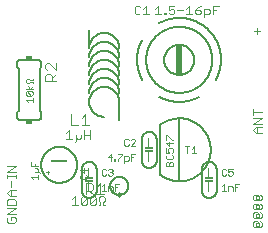
<source format=gto>
G75*
%MOIN*%
%OFA0B0*%
%FSLAX25Y25*%
%IPPOS*%
%LPD*%
%AMOC8*
5,1,8,0,0,1.08239X$1,22.5*
%
%ADD10C,0.00500*%
%ADD11R,0.03000X0.00500*%
%ADD12R,0.00200X0.03200*%
%ADD13C,0.00200*%
%ADD14C,0.00300*%
%ADD15C,0.00600*%
%ADD16R,0.02400X0.09600*%
%ADD17C,0.01000*%
%ADD18C,0.00400*%
%ADD19R,0.05400X0.00900*%
%ADD20R,0.02000X0.01500*%
D10*
X0028550Y0017550D02*
X0028550Y0024550D01*
X0031050Y0027050D02*
X0031148Y0027048D01*
X0031246Y0027042D01*
X0031344Y0027033D01*
X0031441Y0027019D01*
X0031538Y0027002D01*
X0031634Y0026981D01*
X0031729Y0026956D01*
X0031823Y0026928D01*
X0031915Y0026895D01*
X0032007Y0026860D01*
X0032097Y0026820D01*
X0032185Y0026778D01*
X0032272Y0026731D01*
X0032356Y0026682D01*
X0032439Y0026629D01*
X0032519Y0026573D01*
X0032598Y0026513D01*
X0032674Y0026451D01*
X0032747Y0026386D01*
X0032818Y0026318D01*
X0032886Y0026247D01*
X0032951Y0026174D01*
X0033013Y0026098D01*
X0033073Y0026019D01*
X0033129Y0025939D01*
X0033182Y0025856D01*
X0033231Y0025772D01*
X0033278Y0025685D01*
X0033320Y0025597D01*
X0033360Y0025507D01*
X0033395Y0025415D01*
X0033428Y0025323D01*
X0033456Y0025229D01*
X0033481Y0025134D01*
X0033502Y0025038D01*
X0033519Y0024941D01*
X0033533Y0024844D01*
X0033542Y0024746D01*
X0033548Y0024648D01*
X0033550Y0024550D01*
X0033550Y0017550D01*
X0031050Y0015050D02*
X0030952Y0015052D01*
X0030854Y0015058D01*
X0030756Y0015067D01*
X0030659Y0015081D01*
X0030562Y0015098D01*
X0030466Y0015119D01*
X0030371Y0015144D01*
X0030277Y0015172D01*
X0030185Y0015205D01*
X0030093Y0015240D01*
X0030003Y0015280D01*
X0029915Y0015322D01*
X0029828Y0015369D01*
X0029744Y0015418D01*
X0029661Y0015471D01*
X0029581Y0015527D01*
X0029502Y0015587D01*
X0029426Y0015649D01*
X0029353Y0015714D01*
X0029282Y0015782D01*
X0029214Y0015853D01*
X0029149Y0015926D01*
X0029087Y0016002D01*
X0029027Y0016081D01*
X0028971Y0016161D01*
X0028918Y0016244D01*
X0028869Y0016328D01*
X0028822Y0016415D01*
X0028780Y0016503D01*
X0028740Y0016593D01*
X0028705Y0016685D01*
X0028672Y0016777D01*
X0028644Y0016871D01*
X0028619Y0016966D01*
X0028598Y0017062D01*
X0028581Y0017159D01*
X0028567Y0017256D01*
X0028558Y0017354D01*
X0028552Y0017452D01*
X0028550Y0017550D01*
X0031050Y0015050D02*
X0031148Y0015052D01*
X0031246Y0015058D01*
X0031344Y0015067D01*
X0031441Y0015081D01*
X0031538Y0015098D01*
X0031634Y0015119D01*
X0031729Y0015144D01*
X0031823Y0015172D01*
X0031915Y0015205D01*
X0032007Y0015240D01*
X0032097Y0015280D01*
X0032185Y0015322D01*
X0032272Y0015369D01*
X0032356Y0015418D01*
X0032439Y0015471D01*
X0032519Y0015527D01*
X0032598Y0015587D01*
X0032674Y0015649D01*
X0032747Y0015714D01*
X0032818Y0015782D01*
X0032886Y0015853D01*
X0032951Y0015926D01*
X0033013Y0016002D01*
X0033073Y0016081D01*
X0033129Y0016161D01*
X0033182Y0016244D01*
X0033231Y0016328D01*
X0033278Y0016415D01*
X0033320Y0016503D01*
X0033360Y0016593D01*
X0033395Y0016685D01*
X0033428Y0016777D01*
X0033456Y0016871D01*
X0033481Y0016966D01*
X0033502Y0017062D01*
X0033519Y0017159D01*
X0033533Y0017256D01*
X0033542Y0017354D01*
X0033548Y0017452D01*
X0033550Y0017550D01*
X0028550Y0024550D02*
X0028552Y0024648D01*
X0028558Y0024746D01*
X0028567Y0024844D01*
X0028581Y0024941D01*
X0028598Y0025038D01*
X0028619Y0025134D01*
X0028644Y0025229D01*
X0028672Y0025323D01*
X0028705Y0025415D01*
X0028740Y0025507D01*
X0028780Y0025597D01*
X0028822Y0025685D01*
X0028869Y0025772D01*
X0028918Y0025856D01*
X0028971Y0025939D01*
X0029027Y0026019D01*
X0029087Y0026098D01*
X0029149Y0026174D01*
X0029214Y0026247D01*
X0029282Y0026318D01*
X0029353Y0026386D01*
X0029426Y0026451D01*
X0029502Y0026513D01*
X0029581Y0026573D01*
X0029661Y0026629D01*
X0029744Y0026682D01*
X0029828Y0026731D01*
X0029915Y0026778D01*
X0030003Y0026820D01*
X0030093Y0026860D01*
X0030185Y0026895D01*
X0030277Y0026928D01*
X0030371Y0026956D01*
X0030466Y0026981D01*
X0030562Y0027002D01*
X0030659Y0027019D01*
X0030756Y0027033D01*
X0030854Y0027042D01*
X0030952Y0027048D01*
X0031050Y0027050D01*
X0031148Y0027048D01*
X0031246Y0027042D01*
X0031344Y0027033D01*
X0031441Y0027019D01*
X0031538Y0027002D01*
X0031634Y0026981D01*
X0031729Y0026956D01*
X0031823Y0026928D01*
X0031915Y0026895D01*
X0032007Y0026860D01*
X0032097Y0026820D01*
X0032185Y0026778D01*
X0032272Y0026731D01*
X0032356Y0026682D01*
X0032439Y0026629D01*
X0032519Y0026573D01*
X0032598Y0026513D01*
X0032674Y0026451D01*
X0032747Y0026386D01*
X0032818Y0026318D01*
X0032886Y0026247D01*
X0032951Y0026174D01*
X0033013Y0026098D01*
X0033073Y0026019D01*
X0033129Y0025939D01*
X0033182Y0025856D01*
X0033231Y0025772D01*
X0033278Y0025685D01*
X0033320Y0025597D01*
X0033360Y0025507D01*
X0033395Y0025415D01*
X0033428Y0025323D01*
X0033456Y0025229D01*
X0033481Y0025134D01*
X0033502Y0025038D01*
X0033519Y0024941D01*
X0033533Y0024844D01*
X0033542Y0024746D01*
X0033548Y0024648D01*
X0033550Y0024550D01*
X0038050Y0019050D02*
X0038052Y0019159D01*
X0038058Y0019268D01*
X0038068Y0019376D01*
X0038082Y0019484D01*
X0038099Y0019592D01*
X0038121Y0019699D01*
X0038146Y0019805D01*
X0038176Y0019909D01*
X0038209Y0020013D01*
X0038246Y0020116D01*
X0038286Y0020217D01*
X0038330Y0020316D01*
X0038378Y0020414D01*
X0038430Y0020511D01*
X0038484Y0020605D01*
X0038542Y0020697D01*
X0038604Y0020787D01*
X0038669Y0020874D01*
X0038736Y0020960D01*
X0038807Y0021043D01*
X0038881Y0021123D01*
X0038958Y0021200D01*
X0039037Y0021275D01*
X0039119Y0021346D01*
X0039204Y0021415D01*
X0039291Y0021480D01*
X0039380Y0021543D01*
X0039472Y0021601D01*
X0039566Y0021657D01*
X0039661Y0021709D01*
X0039759Y0021758D01*
X0039858Y0021803D01*
X0039959Y0021845D01*
X0040061Y0021882D01*
X0040164Y0021916D01*
X0040269Y0021947D01*
X0040375Y0021973D01*
X0040481Y0021996D01*
X0040589Y0022014D01*
X0040697Y0022029D01*
X0040805Y0022040D01*
X0040914Y0022047D01*
X0041023Y0022050D01*
X0041132Y0022049D01*
X0041241Y0022044D01*
X0041349Y0022035D01*
X0041457Y0022022D01*
X0041565Y0022005D01*
X0041672Y0021985D01*
X0041778Y0021960D01*
X0041883Y0021932D01*
X0041987Y0021900D01*
X0042090Y0021864D01*
X0042192Y0021824D01*
X0042292Y0021781D01*
X0042390Y0021734D01*
X0042487Y0021684D01*
X0042581Y0021630D01*
X0042674Y0021572D01*
X0042765Y0021512D01*
X0042853Y0021448D01*
X0042939Y0021381D01*
X0043022Y0021311D01*
X0043103Y0021238D01*
X0043181Y0021162D01*
X0043256Y0021083D01*
X0043329Y0021001D01*
X0043398Y0020917D01*
X0043464Y0020831D01*
X0043527Y0020742D01*
X0043587Y0020651D01*
X0043644Y0020558D01*
X0043697Y0020463D01*
X0043746Y0020366D01*
X0043792Y0020267D01*
X0043834Y0020167D01*
X0043873Y0020065D01*
X0043908Y0019961D01*
X0043939Y0019857D01*
X0043967Y0019752D01*
X0043990Y0019645D01*
X0044010Y0019538D01*
X0044026Y0019430D01*
X0044038Y0019322D01*
X0044046Y0019213D01*
X0044050Y0019104D01*
X0044050Y0018996D01*
X0044046Y0018887D01*
X0044038Y0018778D01*
X0044026Y0018670D01*
X0044010Y0018562D01*
X0043990Y0018455D01*
X0043967Y0018348D01*
X0043939Y0018243D01*
X0043908Y0018139D01*
X0043873Y0018035D01*
X0043834Y0017933D01*
X0043792Y0017833D01*
X0043746Y0017734D01*
X0043697Y0017637D01*
X0043644Y0017542D01*
X0043587Y0017449D01*
X0043527Y0017358D01*
X0043464Y0017269D01*
X0043398Y0017183D01*
X0043329Y0017099D01*
X0043256Y0017017D01*
X0043181Y0016938D01*
X0043103Y0016862D01*
X0043022Y0016789D01*
X0042939Y0016719D01*
X0042853Y0016652D01*
X0042765Y0016588D01*
X0042674Y0016528D01*
X0042581Y0016470D01*
X0042487Y0016416D01*
X0042390Y0016366D01*
X0042292Y0016319D01*
X0042192Y0016276D01*
X0042090Y0016236D01*
X0041987Y0016200D01*
X0041883Y0016168D01*
X0041778Y0016140D01*
X0041672Y0016115D01*
X0041565Y0016095D01*
X0041457Y0016078D01*
X0041349Y0016065D01*
X0041241Y0016056D01*
X0041132Y0016051D01*
X0041023Y0016050D01*
X0040914Y0016053D01*
X0040805Y0016060D01*
X0040697Y0016071D01*
X0040589Y0016086D01*
X0040481Y0016104D01*
X0040375Y0016127D01*
X0040269Y0016153D01*
X0040164Y0016184D01*
X0040061Y0016218D01*
X0039959Y0016255D01*
X0039858Y0016297D01*
X0039759Y0016342D01*
X0039661Y0016391D01*
X0039566Y0016443D01*
X0039472Y0016499D01*
X0039380Y0016557D01*
X0039291Y0016620D01*
X0039204Y0016685D01*
X0039119Y0016754D01*
X0039037Y0016825D01*
X0038958Y0016900D01*
X0038881Y0016977D01*
X0038807Y0017057D01*
X0038736Y0017140D01*
X0038669Y0017226D01*
X0038604Y0017313D01*
X0038542Y0017403D01*
X0038484Y0017495D01*
X0038430Y0017589D01*
X0038378Y0017686D01*
X0038330Y0017784D01*
X0038286Y0017883D01*
X0038246Y0017984D01*
X0038209Y0018087D01*
X0038176Y0018191D01*
X0038146Y0018295D01*
X0038121Y0018401D01*
X0038099Y0018508D01*
X0038082Y0018616D01*
X0038068Y0018724D01*
X0038058Y0018832D01*
X0038052Y0018941D01*
X0038050Y0019050D01*
X0048550Y0027550D02*
X0048550Y0034550D01*
X0051050Y0037050D02*
X0051148Y0037048D01*
X0051246Y0037042D01*
X0051344Y0037033D01*
X0051441Y0037019D01*
X0051538Y0037002D01*
X0051634Y0036981D01*
X0051729Y0036956D01*
X0051823Y0036928D01*
X0051915Y0036895D01*
X0052007Y0036860D01*
X0052097Y0036820D01*
X0052185Y0036778D01*
X0052272Y0036731D01*
X0052356Y0036682D01*
X0052439Y0036629D01*
X0052519Y0036573D01*
X0052598Y0036513D01*
X0052674Y0036451D01*
X0052747Y0036386D01*
X0052818Y0036318D01*
X0052886Y0036247D01*
X0052951Y0036174D01*
X0053013Y0036098D01*
X0053073Y0036019D01*
X0053129Y0035939D01*
X0053182Y0035856D01*
X0053231Y0035772D01*
X0053278Y0035685D01*
X0053320Y0035597D01*
X0053360Y0035507D01*
X0053395Y0035415D01*
X0053428Y0035323D01*
X0053456Y0035229D01*
X0053481Y0035134D01*
X0053502Y0035038D01*
X0053519Y0034941D01*
X0053533Y0034844D01*
X0053542Y0034746D01*
X0053548Y0034648D01*
X0053550Y0034550D01*
X0053550Y0027550D01*
X0051050Y0025050D02*
X0050952Y0025052D01*
X0050854Y0025058D01*
X0050756Y0025067D01*
X0050659Y0025081D01*
X0050562Y0025098D01*
X0050466Y0025119D01*
X0050371Y0025144D01*
X0050277Y0025172D01*
X0050185Y0025205D01*
X0050093Y0025240D01*
X0050003Y0025280D01*
X0049915Y0025322D01*
X0049828Y0025369D01*
X0049744Y0025418D01*
X0049661Y0025471D01*
X0049581Y0025527D01*
X0049502Y0025587D01*
X0049426Y0025649D01*
X0049353Y0025714D01*
X0049282Y0025782D01*
X0049214Y0025853D01*
X0049149Y0025926D01*
X0049087Y0026002D01*
X0049027Y0026081D01*
X0048971Y0026161D01*
X0048918Y0026244D01*
X0048869Y0026328D01*
X0048822Y0026415D01*
X0048780Y0026503D01*
X0048740Y0026593D01*
X0048705Y0026685D01*
X0048672Y0026777D01*
X0048644Y0026871D01*
X0048619Y0026966D01*
X0048598Y0027062D01*
X0048581Y0027159D01*
X0048567Y0027256D01*
X0048558Y0027354D01*
X0048552Y0027452D01*
X0048550Y0027550D01*
X0051050Y0025050D02*
X0051148Y0025052D01*
X0051246Y0025058D01*
X0051344Y0025067D01*
X0051441Y0025081D01*
X0051538Y0025098D01*
X0051634Y0025119D01*
X0051729Y0025144D01*
X0051823Y0025172D01*
X0051915Y0025205D01*
X0052007Y0025240D01*
X0052097Y0025280D01*
X0052185Y0025322D01*
X0052272Y0025369D01*
X0052356Y0025418D01*
X0052439Y0025471D01*
X0052519Y0025527D01*
X0052598Y0025587D01*
X0052674Y0025649D01*
X0052747Y0025714D01*
X0052818Y0025782D01*
X0052886Y0025853D01*
X0052951Y0025926D01*
X0053013Y0026002D01*
X0053073Y0026081D01*
X0053129Y0026161D01*
X0053182Y0026244D01*
X0053231Y0026328D01*
X0053278Y0026415D01*
X0053320Y0026503D01*
X0053360Y0026593D01*
X0053395Y0026685D01*
X0053428Y0026777D01*
X0053456Y0026871D01*
X0053481Y0026966D01*
X0053502Y0027062D01*
X0053519Y0027159D01*
X0053533Y0027256D01*
X0053542Y0027354D01*
X0053548Y0027452D01*
X0053550Y0027550D01*
X0054550Y0022802D02*
X0054550Y0039298D01*
X0051050Y0037050D02*
X0050952Y0037048D01*
X0050854Y0037042D01*
X0050756Y0037033D01*
X0050659Y0037019D01*
X0050562Y0037002D01*
X0050466Y0036981D01*
X0050371Y0036956D01*
X0050277Y0036928D01*
X0050185Y0036895D01*
X0050093Y0036860D01*
X0050003Y0036820D01*
X0049915Y0036778D01*
X0049828Y0036731D01*
X0049744Y0036682D01*
X0049661Y0036629D01*
X0049581Y0036573D01*
X0049502Y0036513D01*
X0049426Y0036451D01*
X0049353Y0036386D01*
X0049282Y0036318D01*
X0049214Y0036247D01*
X0049149Y0036174D01*
X0049087Y0036098D01*
X0049027Y0036019D01*
X0048971Y0035939D01*
X0048918Y0035856D01*
X0048869Y0035772D01*
X0048822Y0035685D01*
X0048780Y0035597D01*
X0048740Y0035507D01*
X0048705Y0035415D01*
X0048672Y0035323D01*
X0048644Y0035229D01*
X0048619Y0035134D01*
X0048598Y0035038D01*
X0048581Y0034941D01*
X0048567Y0034844D01*
X0048558Y0034746D01*
X0048552Y0034648D01*
X0048550Y0034550D01*
X0051050Y0037050D02*
X0051148Y0037048D01*
X0051246Y0037042D01*
X0051344Y0037033D01*
X0051441Y0037019D01*
X0051538Y0037002D01*
X0051634Y0036981D01*
X0051729Y0036956D01*
X0051823Y0036928D01*
X0051915Y0036895D01*
X0052007Y0036860D01*
X0052097Y0036820D01*
X0052185Y0036778D01*
X0052272Y0036731D01*
X0052356Y0036682D01*
X0052439Y0036629D01*
X0052519Y0036573D01*
X0052598Y0036513D01*
X0052674Y0036451D01*
X0052747Y0036386D01*
X0052818Y0036318D01*
X0052886Y0036247D01*
X0052951Y0036174D01*
X0053013Y0036098D01*
X0053073Y0036019D01*
X0053129Y0035939D01*
X0053182Y0035856D01*
X0053231Y0035772D01*
X0053278Y0035685D01*
X0053320Y0035597D01*
X0053360Y0035507D01*
X0053395Y0035415D01*
X0053428Y0035323D01*
X0053456Y0035229D01*
X0053481Y0035134D01*
X0053502Y0035038D01*
X0053519Y0034941D01*
X0053533Y0034844D01*
X0053542Y0034746D01*
X0053548Y0034648D01*
X0053550Y0034550D01*
X0056578Y0021550D02*
X0056843Y0021437D01*
X0057111Y0021331D01*
X0057381Y0021232D01*
X0057654Y0021139D01*
X0057929Y0021053D01*
X0058206Y0020974D01*
X0058484Y0020901D01*
X0058765Y0020836D01*
X0059047Y0020777D01*
X0059330Y0020725D01*
X0059615Y0020680D01*
X0059901Y0020643D01*
X0060187Y0020612D01*
X0060474Y0020588D01*
X0060762Y0020571D01*
X0061050Y0020562D01*
X0061050Y0041538D01*
X0061282Y0041541D01*
X0061513Y0041539D01*
X0061744Y0041531D01*
X0061975Y0041517D01*
X0062205Y0041498D01*
X0062435Y0041473D01*
X0062664Y0041442D01*
X0062893Y0041406D01*
X0063120Y0041365D01*
X0063347Y0041318D01*
X0063572Y0041265D01*
X0063796Y0041207D01*
X0064018Y0041143D01*
X0064239Y0041074D01*
X0064458Y0041000D01*
X0064675Y0040920D01*
X0064890Y0040835D01*
X0065103Y0040745D01*
X0065314Y0040650D01*
X0065522Y0040550D01*
X0056578Y0040552D02*
X0056363Y0040448D01*
X0056150Y0040339D01*
X0055940Y0040225D01*
X0055733Y0040106D01*
X0055528Y0039983D01*
X0055326Y0039855D01*
X0055127Y0039722D01*
X0054932Y0039585D01*
X0054739Y0039444D01*
X0054550Y0039298D01*
X0065522Y0040550D02*
X0065752Y0040438D01*
X0065979Y0040321D01*
X0066203Y0040199D01*
X0066424Y0040071D01*
X0066641Y0039937D01*
X0066856Y0039799D01*
X0067067Y0039655D01*
X0067274Y0039506D01*
X0067478Y0039352D01*
X0067678Y0039194D01*
X0067874Y0039030D01*
X0068066Y0038862D01*
X0068254Y0038689D01*
X0068438Y0038511D01*
X0068617Y0038330D01*
X0068792Y0038143D01*
X0068962Y0037953D01*
X0069127Y0037759D01*
X0069288Y0037560D01*
X0069444Y0037358D01*
X0069595Y0037152D01*
X0069741Y0036942D01*
X0069881Y0036729D01*
X0070017Y0036513D01*
X0070147Y0036293D01*
X0070272Y0036070D01*
X0070391Y0035845D01*
X0070505Y0035616D01*
X0070613Y0035385D01*
X0070716Y0035151D01*
X0070813Y0034915D01*
X0070904Y0034676D01*
X0070989Y0034436D01*
X0071069Y0034193D01*
X0071142Y0033948D01*
X0071210Y0033702D01*
X0071271Y0033454D01*
X0071326Y0033205D01*
X0071376Y0032955D01*
X0071419Y0032703D01*
X0071456Y0032450D01*
X0071487Y0032197D01*
X0071512Y0031943D01*
X0071531Y0031688D01*
X0071543Y0031433D01*
X0071549Y0031178D01*
X0071549Y0030922D01*
X0071543Y0030667D01*
X0071531Y0030412D01*
X0071512Y0030157D01*
X0071487Y0029903D01*
X0071456Y0029650D01*
X0071419Y0029397D01*
X0071376Y0029145D01*
X0071326Y0028895D01*
X0071271Y0028646D01*
X0071210Y0028398D01*
X0071142Y0028152D01*
X0071069Y0027907D01*
X0070989Y0027664D01*
X0070904Y0027424D01*
X0070813Y0027185D01*
X0070716Y0026949D01*
X0070613Y0026715D01*
X0070505Y0026484D01*
X0070391Y0026255D01*
X0070272Y0026030D01*
X0070147Y0025807D01*
X0070017Y0025587D01*
X0069881Y0025371D01*
X0069741Y0025158D01*
X0069595Y0024948D01*
X0069444Y0024742D01*
X0069288Y0024540D01*
X0069127Y0024341D01*
X0068962Y0024147D01*
X0068792Y0023957D01*
X0068617Y0023770D01*
X0068438Y0023589D01*
X0068254Y0023411D01*
X0068066Y0023238D01*
X0067874Y0023070D01*
X0067678Y0022906D01*
X0067478Y0022748D01*
X0067274Y0022594D01*
X0067067Y0022445D01*
X0066856Y0022301D01*
X0066641Y0022163D01*
X0066424Y0022029D01*
X0066203Y0021901D01*
X0065979Y0021779D01*
X0065752Y0021662D01*
X0065522Y0021550D01*
X0068550Y0024550D02*
X0068550Y0017550D01*
X0068552Y0017452D01*
X0068558Y0017354D01*
X0068567Y0017256D01*
X0068581Y0017159D01*
X0068598Y0017062D01*
X0068619Y0016966D01*
X0068644Y0016871D01*
X0068672Y0016777D01*
X0068705Y0016685D01*
X0068740Y0016593D01*
X0068780Y0016503D01*
X0068822Y0016415D01*
X0068869Y0016328D01*
X0068918Y0016244D01*
X0068971Y0016161D01*
X0069027Y0016081D01*
X0069087Y0016002D01*
X0069149Y0015926D01*
X0069214Y0015853D01*
X0069282Y0015782D01*
X0069353Y0015714D01*
X0069426Y0015649D01*
X0069502Y0015587D01*
X0069581Y0015527D01*
X0069661Y0015471D01*
X0069744Y0015418D01*
X0069828Y0015369D01*
X0069915Y0015322D01*
X0070003Y0015280D01*
X0070093Y0015240D01*
X0070185Y0015205D01*
X0070277Y0015172D01*
X0070371Y0015144D01*
X0070466Y0015119D01*
X0070562Y0015098D01*
X0070659Y0015081D01*
X0070756Y0015067D01*
X0070854Y0015058D01*
X0070952Y0015052D01*
X0071050Y0015050D01*
X0071148Y0015052D01*
X0071246Y0015058D01*
X0071344Y0015067D01*
X0071441Y0015081D01*
X0071538Y0015098D01*
X0071634Y0015119D01*
X0071729Y0015144D01*
X0071823Y0015172D01*
X0071915Y0015205D01*
X0072007Y0015240D01*
X0072097Y0015280D01*
X0072185Y0015322D01*
X0072272Y0015369D01*
X0072356Y0015418D01*
X0072439Y0015471D01*
X0072519Y0015527D01*
X0072598Y0015587D01*
X0072674Y0015649D01*
X0072747Y0015714D01*
X0072818Y0015782D01*
X0072886Y0015853D01*
X0072951Y0015926D01*
X0073013Y0016002D01*
X0073073Y0016081D01*
X0073129Y0016161D01*
X0073182Y0016244D01*
X0073231Y0016328D01*
X0073278Y0016415D01*
X0073320Y0016503D01*
X0073360Y0016593D01*
X0073395Y0016685D01*
X0073428Y0016777D01*
X0073456Y0016871D01*
X0073481Y0016966D01*
X0073502Y0017062D01*
X0073519Y0017159D01*
X0073533Y0017256D01*
X0073542Y0017354D01*
X0073548Y0017452D01*
X0073550Y0017550D01*
X0073550Y0024550D01*
X0073548Y0024648D01*
X0073542Y0024746D01*
X0073533Y0024844D01*
X0073519Y0024941D01*
X0073502Y0025038D01*
X0073481Y0025134D01*
X0073456Y0025229D01*
X0073428Y0025323D01*
X0073395Y0025415D01*
X0073360Y0025507D01*
X0073320Y0025597D01*
X0073278Y0025685D01*
X0073231Y0025772D01*
X0073182Y0025856D01*
X0073129Y0025939D01*
X0073073Y0026019D01*
X0073013Y0026098D01*
X0072951Y0026174D01*
X0072886Y0026247D01*
X0072818Y0026318D01*
X0072747Y0026386D01*
X0072674Y0026451D01*
X0072598Y0026513D01*
X0072519Y0026573D01*
X0072439Y0026629D01*
X0072356Y0026682D01*
X0072272Y0026731D01*
X0072185Y0026778D01*
X0072097Y0026820D01*
X0072007Y0026860D01*
X0071915Y0026895D01*
X0071823Y0026928D01*
X0071729Y0026956D01*
X0071634Y0026981D01*
X0071538Y0027002D01*
X0071441Y0027019D01*
X0071344Y0027033D01*
X0071246Y0027042D01*
X0071148Y0027048D01*
X0071050Y0027050D01*
X0070952Y0027048D01*
X0070854Y0027042D01*
X0070756Y0027033D01*
X0070659Y0027019D01*
X0070562Y0027002D01*
X0070466Y0026981D01*
X0070371Y0026956D01*
X0070277Y0026928D01*
X0070185Y0026895D01*
X0070093Y0026860D01*
X0070003Y0026820D01*
X0069915Y0026778D01*
X0069828Y0026731D01*
X0069744Y0026682D01*
X0069661Y0026629D01*
X0069581Y0026573D01*
X0069502Y0026513D01*
X0069426Y0026451D01*
X0069353Y0026386D01*
X0069282Y0026318D01*
X0069214Y0026247D01*
X0069149Y0026174D01*
X0069087Y0026098D01*
X0069027Y0026019D01*
X0068971Y0025939D01*
X0068918Y0025856D01*
X0068869Y0025772D01*
X0068822Y0025685D01*
X0068780Y0025597D01*
X0068740Y0025507D01*
X0068705Y0025415D01*
X0068672Y0025323D01*
X0068644Y0025229D01*
X0068619Y0025134D01*
X0068598Y0025038D01*
X0068581Y0024941D01*
X0068567Y0024844D01*
X0068558Y0024746D01*
X0068552Y0024648D01*
X0068550Y0024550D01*
X0071050Y0027050D02*
X0071148Y0027048D01*
X0071246Y0027042D01*
X0071344Y0027033D01*
X0071441Y0027019D01*
X0071538Y0027002D01*
X0071634Y0026981D01*
X0071729Y0026956D01*
X0071823Y0026928D01*
X0071915Y0026895D01*
X0072007Y0026860D01*
X0072097Y0026820D01*
X0072185Y0026778D01*
X0072272Y0026731D01*
X0072356Y0026682D01*
X0072439Y0026629D01*
X0072519Y0026573D01*
X0072598Y0026513D01*
X0072674Y0026451D01*
X0072747Y0026386D01*
X0072818Y0026318D01*
X0072886Y0026247D01*
X0072951Y0026174D01*
X0073013Y0026098D01*
X0073073Y0026019D01*
X0073129Y0025939D01*
X0073182Y0025856D01*
X0073231Y0025772D01*
X0073278Y0025685D01*
X0073320Y0025597D01*
X0073360Y0025507D01*
X0073395Y0025415D01*
X0073428Y0025323D01*
X0073456Y0025229D01*
X0073481Y0025134D01*
X0073502Y0025038D01*
X0073519Y0024941D01*
X0073533Y0024844D01*
X0073542Y0024746D01*
X0073548Y0024648D01*
X0073550Y0024550D01*
X0061050Y0041538D02*
X0060762Y0041529D01*
X0060474Y0041512D01*
X0060187Y0041488D01*
X0059901Y0041457D01*
X0059615Y0041420D01*
X0059330Y0041375D01*
X0059047Y0041323D01*
X0058765Y0041264D01*
X0058484Y0041199D01*
X0058206Y0041126D01*
X0057929Y0041047D01*
X0057654Y0040961D01*
X0057381Y0040868D01*
X0057111Y0040769D01*
X0056843Y0040663D01*
X0056578Y0040550D01*
X0054550Y0022802D02*
X0054747Y0022650D01*
X0054949Y0022503D01*
X0055153Y0022360D01*
X0055361Y0022223D01*
X0055572Y0022090D01*
X0055787Y0021962D01*
X0056004Y0021840D01*
X0056224Y0021723D01*
X0056447Y0021611D01*
X0056672Y0021504D01*
X0061050Y0020562D02*
X0061282Y0020559D01*
X0061513Y0020561D01*
X0061744Y0020569D01*
X0061975Y0020583D01*
X0062205Y0020602D01*
X0062435Y0020627D01*
X0062664Y0020658D01*
X0062893Y0020694D01*
X0063120Y0020735D01*
X0063347Y0020782D01*
X0063572Y0020835D01*
X0063796Y0020893D01*
X0064018Y0020957D01*
X0064239Y0021026D01*
X0064458Y0021100D01*
X0064675Y0021180D01*
X0064890Y0021265D01*
X0065103Y0021355D01*
X0065314Y0021450D01*
X0065522Y0021550D01*
X0041050Y0041050D02*
X0041050Y0047050D01*
X0036050Y0042050D02*
X0035910Y0042052D01*
X0035770Y0042058D01*
X0035630Y0042068D01*
X0035490Y0042081D01*
X0035351Y0042099D01*
X0035212Y0042121D01*
X0035075Y0042146D01*
X0034937Y0042175D01*
X0034801Y0042208D01*
X0034666Y0042245D01*
X0034532Y0042286D01*
X0034399Y0042331D01*
X0034267Y0042379D01*
X0034137Y0042431D01*
X0034008Y0042486D01*
X0033881Y0042545D01*
X0033755Y0042608D01*
X0033631Y0042674D01*
X0033510Y0042743D01*
X0033390Y0042816D01*
X0033272Y0042893D01*
X0033157Y0042972D01*
X0033043Y0043055D01*
X0032933Y0043141D01*
X0032824Y0043230D01*
X0032718Y0043322D01*
X0032615Y0043417D01*
X0032514Y0043514D01*
X0032417Y0043615D01*
X0032322Y0043718D01*
X0032230Y0043824D01*
X0032141Y0043933D01*
X0032055Y0044043D01*
X0031972Y0044157D01*
X0031893Y0044272D01*
X0031816Y0044390D01*
X0031743Y0044510D01*
X0031674Y0044631D01*
X0031608Y0044755D01*
X0031545Y0044881D01*
X0031486Y0045008D01*
X0031431Y0045137D01*
X0031379Y0045267D01*
X0031331Y0045399D01*
X0031286Y0045532D01*
X0031245Y0045666D01*
X0031208Y0045801D01*
X0031175Y0045937D01*
X0031146Y0046075D01*
X0031121Y0046212D01*
X0031099Y0046351D01*
X0031081Y0046490D01*
X0031068Y0046630D01*
X0031058Y0046770D01*
X0031052Y0046910D01*
X0031050Y0047050D01*
X0031052Y0047190D01*
X0031058Y0047330D01*
X0031068Y0047470D01*
X0031081Y0047610D01*
X0031099Y0047749D01*
X0031121Y0047888D01*
X0031146Y0048025D01*
X0031175Y0048163D01*
X0031208Y0048299D01*
X0031245Y0048434D01*
X0031286Y0048568D01*
X0031331Y0048701D01*
X0031379Y0048833D01*
X0031431Y0048963D01*
X0031486Y0049092D01*
X0031545Y0049219D01*
X0031608Y0049345D01*
X0031674Y0049469D01*
X0031743Y0049590D01*
X0031816Y0049710D01*
X0031893Y0049828D01*
X0031972Y0049943D01*
X0032055Y0050057D01*
X0032141Y0050167D01*
X0032230Y0050276D01*
X0032322Y0050382D01*
X0032417Y0050485D01*
X0032514Y0050586D01*
X0032615Y0050683D01*
X0032718Y0050778D01*
X0032824Y0050870D01*
X0032933Y0050959D01*
X0033043Y0051045D01*
X0033157Y0051128D01*
X0033272Y0051207D01*
X0033390Y0051284D01*
X0033510Y0051357D01*
X0033631Y0051426D01*
X0033755Y0051492D01*
X0033881Y0051555D01*
X0034008Y0051614D01*
X0034137Y0051669D01*
X0034267Y0051721D01*
X0034399Y0051769D01*
X0034532Y0051814D01*
X0034666Y0051855D01*
X0034801Y0051892D01*
X0034937Y0051925D01*
X0035075Y0051954D01*
X0035212Y0051979D01*
X0035351Y0052001D01*
X0035490Y0052019D01*
X0035630Y0052032D01*
X0035770Y0052042D01*
X0035910Y0052048D01*
X0036050Y0052050D01*
X0031050Y0053050D02*
X0031052Y0053190D01*
X0031058Y0053330D01*
X0031068Y0053470D01*
X0031081Y0053610D01*
X0031099Y0053749D01*
X0031121Y0053888D01*
X0031146Y0054025D01*
X0031175Y0054163D01*
X0031208Y0054299D01*
X0031245Y0054434D01*
X0031286Y0054568D01*
X0031331Y0054701D01*
X0031379Y0054833D01*
X0031431Y0054963D01*
X0031486Y0055092D01*
X0031545Y0055219D01*
X0031608Y0055345D01*
X0031674Y0055469D01*
X0031743Y0055590D01*
X0031816Y0055710D01*
X0031893Y0055828D01*
X0031972Y0055943D01*
X0032055Y0056057D01*
X0032141Y0056167D01*
X0032230Y0056276D01*
X0032322Y0056382D01*
X0032417Y0056485D01*
X0032514Y0056586D01*
X0032615Y0056683D01*
X0032718Y0056778D01*
X0032824Y0056870D01*
X0032933Y0056959D01*
X0033043Y0057045D01*
X0033157Y0057128D01*
X0033272Y0057207D01*
X0033390Y0057284D01*
X0033510Y0057357D01*
X0033631Y0057426D01*
X0033755Y0057492D01*
X0033881Y0057555D01*
X0034008Y0057614D01*
X0034137Y0057669D01*
X0034267Y0057721D01*
X0034399Y0057769D01*
X0034532Y0057814D01*
X0034666Y0057855D01*
X0034801Y0057892D01*
X0034937Y0057925D01*
X0035075Y0057954D01*
X0035212Y0057979D01*
X0035351Y0058001D01*
X0035490Y0058019D01*
X0035630Y0058032D01*
X0035770Y0058042D01*
X0035910Y0058048D01*
X0036050Y0058050D01*
X0031050Y0059050D02*
X0031052Y0059190D01*
X0031058Y0059330D01*
X0031068Y0059470D01*
X0031081Y0059610D01*
X0031099Y0059749D01*
X0031121Y0059888D01*
X0031146Y0060025D01*
X0031175Y0060163D01*
X0031208Y0060299D01*
X0031245Y0060434D01*
X0031286Y0060568D01*
X0031331Y0060701D01*
X0031379Y0060833D01*
X0031431Y0060963D01*
X0031486Y0061092D01*
X0031545Y0061219D01*
X0031608Y0061345D01*
X0031674Y0061469D01*
X0031743Y0061590D01*
X0031816Y0061710D01*
X0031893Y0061828D01*
X0031972Y0061943D01*
X0032055Y0062057D01*
X0032141Y0062167D01*
X0032230Y0062276D01*
X0032322Y0062382D01*
X0032417Y0062485D01*
X0032514Y0062586D01*
X0032615Y0062683D01*
X0032718Y0062778D01*
X0032824Y0062870D01*
X0032933Y0062959D01*
X0033043Y0063045D01*
X0033157Y0063128D01*
X0033272Y0063207D01*
X0033390Y0063284D01*
X0033510Y0063357D01*
X0033631Y0063426D01*
X0033755Y0063492D01*
X0033881Y0063555D01*
X0034008Y0063614D01*
X0034137Y0063669D01*
X0034267Y0063721D01*
X0034399Y0063769D01*
X0034532Y0063814D01*
X0034666Y0063855D01*
X0034801Y0063892D01*
X0034937Y0063925D01*
X0035075Y0063954D01*
X0035212Y0063979D01*
X0035351Y0064001D01*
X0035490Y0064019D01*
X0035630Y0064032D01*
X0035770Y0064042D01*
X0035910Y0064048D01*
X0036050Y0064050D01*
X0031050Y0065050D02*
X0031052Y0065190D01*
X0031058Y0065330D01*
X0031068Y0065470D01*
X0031081Y0065610D01*
X0031099Y0065749D01*
X0031121Y0065888D01*
X0031146Y0066025D01*
X0031175Y0066163D01*
X0031208Y0066299D01*
X0031245Y0066434D01*
X0031286Y0066568D01*
X0031331Y0066701D01*
X0031379Y0066833D01*
X0031431Y0066963D01*
X0031486Y0067092D01*
X0031545Y0067219D01*
X0031608Y0067345D01*
X0031674Y0067469D01*
X0031743Y0067590D01*
X0031816Y0067710D01*
X0031893Y0067828D01*
X0031972Y0067943D01*
X0032055Y0068057D01*
X0032141Y0068167D01*
X0032230Y0068276D01*
X0032322Y0068382D01*
X0032417Y0068485D01*
X0032514Y0068586D01*
X0032615Y0068683D01*
X0032718Y0068778D01*
X0032824Y0068870D01*
X0032933Y0068959D01*
X0033043Y0069045D01*
X0033157Y0069128D01*
X0033272Y0069207D01*
X0033390Y0069284D01*
X0033510Y0069357D01*
X0033631Y0069426D01*
X0033755Y0069492D01*
X0033881Y0069555D01*
X0034008Y0069614D01*
X0034137Y0069669D01*
X0034267Y0069721D01*
X0034399Y0069769D01*
X0034532Y0069814D01*
X0034666Y0069855D01*
X0034801Y0069892D01*
X0034937Y0069925D01*
X0035075Y0069954D01*
X0035212Y0069979D01*
X0035351Y0070001D01*
X0035490Y0070019D01*
X0035630Y0070032D01*
X0035770Y0070042D01*
X0035910Y0070048D01*
X0036050Y0070050D01*
X0036190Y0070048D01*
X0036330Y0070042D01*
X0036470Y0070032D01*
X0036610Y0070019D01*
X0036749Y0070001D01*
X0036888Y0069979D01*
X0037025Y0069954D01*
X0037163Y0069925D01*
X0037299Y0069892D01*
X0037434Y0069855D01*
X0037568Y0069814D01*
X0037701Y0069769D01*
X0037833Y0069721D01*
X0037963Y0069669D01*
X0038092Y0069614D01*
X0038219Y0069555D01*
X0038345Y0069492D01*
X0038469Y0069426D01*
X0038590Y0069357D01*
X0038710Y0069284D01*
X0038828Y0069207D01*
X0038943Y0069128D01*
X0039057Y0069045D01*
X0039167Y0068959D01*
X0039276Y0068870D01*
X0039382Y0068778D01*
X0039485Y0068683D01*
X0039586Y0068586D01*
X0039683Y0068485D01*
X0039778Y0068382D01*
X0039870Y0068276D01*
X0039959Y0068167D01*
X0040045Y0068057D01*
X0040128Y0067943D01*
X0040207Y0067828D01*
X0040284Y0067710D01*
X0040357Y0067590D01*
X0040426Y0067469D01*
X0040492Y0067345D01*
X0040555Y0067219D01*
X0040614Y0067092D01*
X0040669Y0066963D01*
X0040721Y0066833D01*
X0040769Y0066701D01*
X0040814Y0066568D01*
X0040855Y0066434D01*
X0040892Y0066299D01*
X0040925Y0066163D01*
X0040954Y0066025D01*
X0040979Y0065888D01*
X0041001Y0065749D01*
X0041019Y0065610D01*
X0041032Y0065470D01*
X0041042Y0065330D01*
X0041048Y0065190D01*
X0041050Y0065050D01*
X0036050Y0067050D02*
X0035910Y0067048D01*
X0035770Y0067042D01*
X0035630Y0067032D01*
X0035490Y0067019D01*
X0035351Y0067001D01*
X0035212Y0066979D01*
X0035075Y0066954D01*
X0034937Y0066925D01*
X0034801Y0066892D01*
X0034666Y0066855D01*
X0034532Y0066814D01*
X0034399Y0066769D01*
X0034267Y0066721D01*
X0034137Y0066669D01*
X0034008Y0066614D01*
X0033881Y0066555D01*
X0033755Y0066492D01*
X0033631Y0066426D01*
X0033510Y0066357D01*
X0033390Y0066284D01*
X0033272Y0066207D01*
X0033157Y0066128D01*
X0033043Y0066045D01*
X0032933Y0065959D01*
X0032824Y0065870D01*
X0032718Y0065778D01*
X0032615Y0065683D01*
X0032514Y0065586D01*
X0032417Y0065485D01*
X0032322Y0065382D01*
X0032230Y0065276D01*
X0032141Y0065167D01*
X0032055Y0065057D01*
X0031972Y0064943D01*
X0031893Y0064828D01*
X0031816Y0064710D01*
X0031743Y0064590D01*
X0031674Y0064469D01*
X0031608Y0064345D01*
X0031545Y0064219D01*
X0031486Y0064092D01*
X0031431Y0063963D01*
X0031379Y0063833D01*
X0031331Y0063701D01*
X0031286Y0063568D01*
X0031245Y0063434D01*
X0031208Y0063299D01*
X0031175Y0063163D01*
X0031146Y0063025D01*
X0031121Y0062888D01*
X0031099Y0062749D01*
X0031081Y0062610D01*
X0031068Y0062470D01*
X0031058Y0062330D01*
X0031052Y0062190D01*
X0031050Y0062050D01*
X0031050Y0065050D02*
X0031050Y0071050D01*
X0036050Y0067050D02*
X0036190Y0067048D01*
X0036330Y0067042D01*
X0036470Y0067032D01*
X0036610Y0067019D01*
X0036749Y0067001D01*
X0036888Y0066979D01*
X0037025Y0066954D01*
X0037163Y0066925D01*
X0037299Y0066892D01*
X0037434Y0066855D01*
X0037568Y0066814D01*
X0037701Y0066769D01*
X0037833Y0066721D01*
X0037963Y0066669D01*
X0038092Y0066614D01*
X0038219Y0066555D01*
X0038345Y0066492D01*
X0038469Y0066426D01*
X0038590Y0066357D01*
X0038710Y0066284D01*
X0038828Y0066207D01*
X0038943Y0066128D01*
X0039057Y0066045D01*
X0039167Y0065959D01*
X0039276Y0065870D01*
X0039382Y0065778D01*
X0039485Y0065683D01*
X0039586Y0065586D01*
X0039683Y0065485D01*
X0039778Y0065382D01*
X0039870Y0065276D01*
X0039959Y0065167D01*
X0040045Y0065057D01*
X0040128Y0064943D01*
X0040207Y0064828D01*
X0040284Y0064710D01*
X0040357Y0064590D01*
X0040426Y0064469D01*
X0040492Y0064345D01*
X0040555Y0064219D01*
X0040614Y0064092D01*
X0040669Y0063963D01*
X0040721Y0063833D01*
X0040769Y0063701D01*
X0040814Y0063568D01*
X0040855Y0063434D01*
X0040892Y0063299D01*
X0040925Y0063163D01*
X0040954Y0063025D01*
X0040979Y0062888D01*
X0041001Y0062749D01*
X0041019Y0062610D01*
X0041032Y0062470D01*
X0041042Y0062330D01*
X0041048Y0062190D01*
X0041050Y0062050D01*
X0041050Y0059050D02*
X0041048Y0059190D01*
X0041042Y0059330D01*
X0041032Y0059470D01*
X0041019Y0059610D01*
X0041001Y0059749D01*
X0040979Y0059888D01*
X0040954Y0060025D01*
X0040925Y0060163D01*
X0040892Y0060299D01*
X0040855Y0060434D01*
X0040814Y0060568D01*
X0040769Y0060701D01*
X0040721Y0060833D01*
X0040669Y0060963D01*
X0040614Y0061092D01*
X0040555Y0061219D01*
X0040492Y0061345D01*
X0040426Y0061469D01*
X0040357Y0061590D01*
X0040284Y0061710D01*
X0040207Y0061828D01*
X0040128Y0061943D01*
X0040045Y0062057D01*
X0039959Y0062167D01*
X0039870Y0062276D01*
X0039778Y0062382D01*
X0039683Y0062485D01*
X0039586Y0062586D01*
X0039485Y0062683D01*
X0039382Y0062778D01*
X0039276Y0062870D01*
X0039167Y0062959D01*
X0039057Y0063045D01*
X0038943Y0063128D01*
X0038828Y0063207D01*
X0038710Y0063284D01*
X0038590Y0063357D01*
X0038469Y0063426D01*
X0038345Y0063492D01*
X0038219Y0063555D01*
X0038092Y0063614D01*
X0037963Y0063669D01*
X0037833Y0063721D01*
X0037701Y0063769D01*
X0037568Y0063814D01*
X0037434Y0063855D01*
X0037299Y0063892D01*
X0037163Y0063925D01*
X0037025Y0063954D01*
X0036888Y0063979D01*
X0036749Y0064001D01*
X0036610Y0064019D01*
X0036470Y0064032D01*
X0036330Y0064042D01*
X0036190Y0064048D01*
X0036050Y0064050D01*
X0036050Y0061050D02*
X0035910Y0061048D01*
X0035770Y0061042D01*
X0035630Y0061032D01*
X0035490Y0061019D01*
X0035351Y0061001D01*
X0035212Y0060979D01*
X0035075Y0060954D01*
X0034937Y0060925D01*
X0034801Y0060892D01*
X0034666Y0060855D01*
X0034532Y0060814D01*
X0034399Y0060769D01*
X0034267Y0060721D01*
X0034137Y0060669D01*
X0034008Y0060614D01*
X0033881Y0060555D01*
X0033755Y0060492D01*
X0033631Y0060426D01*
X0033510Y0060357D01*
X0033390Y0060284D01*
X0033272Y0060207D01*
X0033157Y0060128D01*
X0033043Y0060045D01*
X0032933Y0059959D01*
X0032824Y0059870D01*
X0032718Y0059778D01*
X0032615Y0059683D01*
X0032514Y0059586D01*
X0032417Y0059485D01*
X0032322Y0059382D01*
X0032230Y0059276D01*
X0032141Y0059167D01*
X0032055Y0059057D01*
X0031972Y0058943D01*
X0031893Y0058828D01*
X0031816Y0058710D01*
X0031743Y0058590D01*
X0031674Y0058469D01*
X0031608Y0058345D01*
X0031545Y0058219D01*
X0031486Y0058092D01*
X0031431Y0057963D01*
X0031379Y0057833D01*
X0031331Y0057701D01*
X0031286Y0057568D01*
X0031245Y0057434D01*
X0031208Y0057299D01*
X0031175Y0057163D01*
X0031146Y0057025D01*
X0031121Y0056888D01*
X0031099Y0056749D01*
X0031081Y0056610D01*
X0031068Y0056470D01*
X0031058Y0056330D01*
X0031052Y0056190D01*
X0031050Y0056050D01*
X0036050Y0061050D02*
X0036190Y0061048D01*
X0036330Y0061042D01*
X0036470Y0061032D01*
X0036610Y0061019D01*
X0036749Y0061001D01*
X0036888Y0060979D01*
X0037025Y0060954D01*
X0037163Y0060925D01*
X0037299Y0060892D01*
X0037434Y0060855D01*
X0037568Y0060814D01*
X0037701Y0060769D01*
X0037833Y0060721D01*
X0037963Y0060669D01*
X0038092Y0060614D01*
X0038219Y0060555D01*
X0038345Y0060492D01*
X0038469Y0060426D01*
X0038590Y0060357D01*
X0038710Y0060284D01*
X0038828Y0060207D01*
X0038943Y0060128D01*
X0039057Y0060045D01*
X0039167Y0059959D01*
X0039276Y0059870D01*
X0039382Y0059778D01*
X0039485Y0059683D01*
X0039586Y0059586D01*
X0039683Y0059485D01*
X0039778Y0059382D01*
X0039870Y0059276D01*
X0039959Y0059167D01*
X0040045Y0059057D01*
X0040128Y0058943D01*
X0040207Y0058828D01*
X0040284Y0058710D01*
X0040357Y0058590D01*
X0040426Y0058469D01*
X0040492Y0058345D01*
X0040555Y0058219D01*
X0040614Y0058092D01*
X0040669Y0057963D01*
X0040721Y0057833D01*
X0040769Y0057701D01*
X0040814Y0057568D01*
X0040855Y0057434D01*
X0040892Y0057299D01*
X0040925Y0057163D01*
X0040954Y0057025D01*
X0040979Y0056888D01*
X0041001Y0056749D01*
X0041019Y0056610D01*
X0041032Y0056470D01*
X0041042Y0056330D01*
X0041048Y0056190D01*
X0041050Y0056050D01*
X0041050Y0053050D02*
X0041048Y0053190D01*
X0041042Y0053330D01*
X0041032Y0053470D01*
X0041019Y0053610D01*
X0041001Y0053749D01*
X0040979Y0053888D01*
X0040954Y0054025D01*
X0040925Y0054163D01*
X0040892Y0054299D01*
X0040855Y0054434D01*
X0040814Y0054568D01*
X0040769Y0054701D01*
X0040721Y0054833D01*
X0040669Y0054963D01*
X0040614Y0055092D01*
X0040555Y0055219D01*
X0040492Y0055345D01*
X0040426Y0055469D01*
X0040357Y0055590D01*
X0040284Y0055710D01*
X0040207Y0055828D01*
X0040128Y0055943D01*
X0040045Y0056057D01*
X0039959Y0056167D01*
X0039870Y0056276D01*
X0039778Y0056382D01*
X0039683Y0056485D01*
X0039586Y0056586D01*
X0039485Y0056683D01*
X0039382Y0056778D01*
X0039276Y0056870D01*
X0039167Y0056959D01*
X0039057Y0057045D01*
X0038943Y0057128D01*
X0038828Y0057207D01*
X0038710Y0057284D01*
X0038590Y0057357D01*
X0038469Y0057426D01*
X0038345Y0057492D01*
X0038219Y0057555D01*
X0038092Y0057614D01*
X0037963Y0057669D01*
X0037833Y0057721D01*
X0037701Y0057769D01*
X0037568Y0057814D01*
X0037434Y0057855D01*
X0037299Y0057892D01*
X0037163Y0057925D01*
X0037025Y0057954D01*
X0036888Y0057979D01*
X0036749Y0058001D01*
X0036610Y0058019D01*
X0036470Y0058032D01*
X0036330Y0058042D01*
X0036190Y0058048D01*
X0036050Y0058050D01*
X0036050Y0055050D02*
X0035910Y0055048D01*
X0035770Y0055042D01*
X0035630Y0055032D01*
X0035490Y0055019D01*
X0035351Y0055001D01*
X0035212Y0054979D01*
X0035075Y0054954D01*
X0034937Y0054925D01*
X0034801Y0054892D01*
X0034666Y0054855D01*
X0034532Y0054814D01*
X0034399Y0054769D01*
X0034267Y0054721D01*
X0034137Y0054669D01*
X0034008Y0054614D01*
X0033881Y0054555D01*
X0033755Y0054492D01*
X0033631Y0054426D01*
X0033510Y0054357D01*
X0033390Y0054284D01*
X0033272Y0054207D01*
X0033157Y0054128D01*
X0033043Y0054045D01*
X0032933Y0053959D01*
X0032824Y0053870D01*
X0032718Y0053778D01*
X0032615Y0053683D01*
X0032514Y0053586D01*
X0032417Y0053485D01*
X0032322Y0053382D01*
X0032230Y0053276D01*
X0032141Y0053167D01*
X0032055Y0053057D01*
X0031972Y0052943D01*
X0031893Y0052828D01*
X0031816Y0052710D01*
X0031743Y0052590D01*
X0031674Y0052469D01*
X0031608Y0052345D01*
X0031545Y0052219D01*
X0031486Y0052092D01*
X0031431Y0051963D01*
X0031379Y0051833D01*
X0031331Y0051701D01*
X0031286Y0051568D01*
X0031245Y0051434D01*
X0031208Y0051299D01*
X0031175Y0051163D01*
X0031146Y0051025D01*
X0031121Y0050888D01*
X0031099Y0050749D01*
X0031081Y0050610D01*
X0031068Y0050470D01*
X0031058Y0050330D01*
X0031052Y0050190D01*
X0031050Y0050050D01*
X0036050Y0055050D02*
X0036190Y0055048D01*
X0036330Y0055042D01*
X0036470Y0055032D01*
X0036610Y0055019D01*
X0036749Y0055001D01*
X0036888Y0054979D01*
X0037025Y0054954D01*
X0037163Y0054925D01*
X0037299Y0054892D01*
X0037434Y0054855D01*
X0037568Y0054814D01*
X0037701Y0054769D01*
X0037833Y0054721D01*
X0037963Y0054669D01*
X0038092Y0054614D01*
X0038219Y0054555D01*
X0038345Y0054492D01*
X0038469Y0054426D01*
X0038590Y0054357D01*
X0038710Y0054284D01*
X0038828Y0054207D01*
X0038943Y0054128D01*
X0039057Y0054045D01*
X0039167Y0053959D01*
X0039276Y0053870D01*
X0039382Y0053778D01*
X0039485Y0053683D01*
X0039586Y0053586D01*
X0039683Y0053485D01*
X0039778Y0053382D01*
X0039870Y0053276D01*
X0039959Y0053167D01*
X0040045Y0053057D01*
X0040128Y0052943D01*
X0040207Y0052828D01*
X0040284Y0052710D01*
X0040357Y0052590D01*
X0040426Y0052469D01*
X0040492Y0052345D01*
X0040555Y0052219D01*
X0040614Y0052092D01*
X0040669Y0051963D01*
X0040721Y0051833D01*
X0040769Y0051701D01*
X0040814Y0051568D01*
X0040855Y0051434D01*
X0040892Y0051299D01*
X0040925Y0051163D01*
X0040954Y0051025D01*
X0040979Y0050888D01*
X0041001Y0050749D01*
X0041019Y0050610D01*
X0041032Y0050470D01*
X0041042Y0050330D01*
X0041048Y0050190D01*
X0041050Y0050050D01*
X0041050Y0047050D02*
X0041048Y0047190D01*
X0041042Y0047330D01*
X0041032Y0047470D01*
X0041019Y0047610D01*
X0041001Y0047749D01*
X0040979Y0047888D01*
X0040954Y0048025D01*
X0040925Y0048163D01*
X0040892Y0048299D01*
X0040855Y0048434D01*
X0040814Y0048568D01*
X0040769Y0048701D01*
X0040721Y0048833D01*
X0040669Y0048963D01*
X0040614Y0049092D01*
X0040555Y0049219D01*
X0040492Y0049345D01*
X0040426Y0049469D01*
X0040357Y0049590D01*
X0040284Y0049710D01*
X0040207Y0049828D01*
X0040128Y0049943D01*
X0040045Y0050057D01*
X0039959Y0050167D01*
X0039870Y0050276D01*
X0039778Y0050382D01*
X0039683Y0050485D01*
X0039586Y0050586D01*
X0039485Y0050683D01*
X0039382Y0050778D01*
X0039276Y0050870D01*
X0039167Y0050959D01*
X0039057Y0051045D01*
X0038943Y0051128D01*
X0038828Y0051207D01*
X0038710Y0051284D01*
X0038590Y0051357D01*
X0038469Y0051426D01*
X0038345Y0051492D01*
X0038219Y0051555D01*
X0038092Y0051614D01*
X0037963Y0051669D01*
X0037833Y0051721D01*
X0037701Y0051769D01*
X0037568Y0051814D01*
X0037434Y0051855D01*
X0037299Y0051892D01*
X0037163Y0051925D01*
X0037025Y0051954D01*
X0036888Y0051979D01*
X0036749Y0052001D01*
X0036610Y0052019D01*
X0036470Y0052032D01*
X0036330Y0052042D01*
X0036190Y0052048D01*
X0036050Y0052050D01*
X0048683Y0054367D02*
X0048526Y0054667D01*
X0048376Y0054969D01*
X0048234Y0055276D01*
X0048099Y0055586D01*
X0047971Y0055899D01*
X0047851Y0056214D01*
X0047739Y0056533D01*
X0047635Y0056854D01*
X0047538Y0057178D01*
X0047450Y0057504D01*
X0047369Y0057832D01*
X0047296Y0058162D01*
X0047231Y0058494D01*
X0047174Y0058827D01*
X0047125Y0059161D01*
X0047085Y0059497D01*
X0047052Y0059833D01*
X0047028Y0060170D01*
X0047011Y0060507D01*
X0047003Y0060845D01*
X0047003Y0061183D01*
X0047011Y0061521D01*
X0047028Y0061858D01*
X0047052Y0062195D01*
X0047085Y0062531D01*
X0047125Y0062867D01*
X0047174Y0063201D01*
X0047231Y0063534D01*
X0047296Y0063866D01*
X0047369Y0064196D01*
X0047450Y0064524D01*
X0047538Y0064850D01*
X0047635Y0065174D01*
X0047739Y0065495D01*
X0047851Y0065814D01*
X0047971Y0066129D01*
X0048099Y0066442D01*
X0048234Y0066752D01*
X0048376Y0067059D01*
X0048526Y0067361D01*
X0048683Y0067661D01*
X0054339Y0073317D02*
X0054641Y0073476D01*
X0054947Y0073627D01*
X0055257Y0073770D01*
X0055570Y0073906D01*
X0055886Y0074035D01*
X0056205Y0074155D01*
X0056527Y0074268D01*
X0056851Y0074373D01*
X0057178Y0074470D01*
X0057508Y0074559D01*
X0057839Y0074639D01*
X0058172Y0074712D01*
X0058507Y0074777D01*
X0058844Y0074833D01*
X0059182Y0074881D01*
X0059520Y0074921D01*
X0059860Y0074953D01*
X0060200Y0074976D01*
X0060541Y0074991D01*
X0060882Y0074998D01*
X0061223Y0074996D01*
X0061564Y0074986D01*
X0061905Y0074968D01*
X0062245Y0074941D01*
X0062584Y0074906D01*
X0062923Y0074863D01*
X0063260Y0074812D01*
X0063596Y0074752D01*
X0063930Y0074685D01*
X0064263Y0074609D01*
X0064593Y0074525D01*
X0064922Y0074433D01*
X0065248Y0074333D01*
X0065572Y0074225D01*
X0065893Y0074109D01*
X0066210Y0073985D01*
X0066525Y0073854D01*
X0066837Y0073715D01*
X0067145Y0073569D01*
X0067449Y0073415D01*
X0067750Y0073253D01*
X0068046Y0073085D01*
X0068339Y0072909D01*
X0068627Y0072726D01*
X0068910Y0072536D01*
X0069189Y0072339D01*
X0069463Y0072136D01*
X0069731Y0071926D01*
X0069995Y0071709D01*
X0070253Y0071486D01*
X0070506Y0071257D01*
X0070753Y0071022D01*
X0070994Y0070781D01*
X0071229Y0070534D01*
X0071458Y0070281D01*
X0071681Y0070023D01*
X0071898Y0069759D01*
X0072108Y0069491D01*
X0072311Y0069217D01*
X0072508Y0068938D01*
X0072698Y0068655D01*
X0072881Y0068367D01*
X0073057Y0068074D01*
X0073225Y0067778D01*
X0073387Y0067477D01*
X0073541Y0067173D01*
X0073687Y0066865D01*
X0073826Y0066553D01*
X0073957Y0066238D01*
X0074081Y0065921D01*
X0074197Y0065600D01*
X0074305Y0065276D01*
X0074405Y0064950D01*
X0074497Y0064621D01*
X0074581Y0064291D01*
X0074657Y0063958D01*
X0074724Y0063624D01*
X0074784Y0063288D01*
X0074835Y0062951D01*
X0074878Y0062612D01*
X0074913Y0062273D01*
X0074940Y0061933D01*
X0074958Y0061592D01*
X0074968Y0061251D01*
X0074970Y0060910D01*
X0074963Y0060569D01*
X0074948Y0060228D01*
X0074925Y0059888D01*
X0074893Y0059548D01*
X0074853Y0059210D01*
X0074805Y0058872D01*
X0074749Y0058535D01*
X0074684Y0058200D01*
X0074611Y0057867D01*
X0074531Y0057536D01*
X0074442Y0057206D01*
X0074345Y0056879D01*
X0074240Y0056555D01*
X0074127Y0056233D01*
X0074007Y0055914D01*
X0073878Y0055598D01*
X0073742Y0055285D01*
X0073599Y0054975D01*
X0073448Y0054669D01*
X0073289Y0054367D01*
X0050050Y0061050D02*
X0050053Y0061320D01*
X0050063Y0061590D01*
X0050080Y0061859D01*
X0050103Y0062128D01*
X0050133Y0062397D01*
X0050169Y0062664D01*
X0050212Y0062931D01*
X0050261Y0063196D01*
X0050317Y0063460D01*
X0050380Y0063723D01*
X0050448Y0063984D01*
X0050524Y0064243D01*
X0050605Y0064500D01*
X0050693Y0064756D01*
X0050787Y0065009D01*
X0050887Y0065260D01*
X0050994Y0065508D01*
X0051106Y0065753D01*
X0051225Y0065996D01*
X0051349Y0066235D01*
X0051479Y0066472D01*
X0051615Y0066705D01*
X0051757Y0066935D01*
X0051904Y0067161D01*
X0052057Y0067384D01*
X0052215Y0067603D01*
X0052378Y0067818D01*
X0052547Y0068028D01*
X0052721Y0068235D01*
X0052900Y0068437D01*
X0053083Y0068635D01*
X0053272Y0068828D01*
X0053465Y0069017D01*
X0053663Y0069200D01*
X0053865Y0069379D01*
X0054072Y0069553D01*
X0054282Y0069722D01*
X0054497Y0069885D01*
X0054716Y0070043D01*
X0054939Y0070196D01*
X0055165Y0070343D01*
X0055395Y0070485D01*
X0055628Y0070621D01*
X0055865Y0070751D01*
X0056104Y0070875D01*
X0056347Y0070994D01*
X0056592Y0071106D01*
X0056840Y0071213D01*
X0057091Y0071313D01*
X0057344Y0071407D01*
X0057600Y0071495D01*
X0057857Y0071576D01*
X0058116Y0071652D01*
X0058377Y0071720D01*
X0058640Y0071783D01*
X0058904Y0071839D01*
X0059169Y0071888D01*
X0059436Y0071931D01*
X0059703Y0071967D01*
X0059972Y0071997D01*
X0060241Y0072020D01*
X0060510Y0072037D01*
X0060780Y0072047D01*
X0061050Y0072050D01*
X0061320Y0072047D01*
X0061590Y0072037D01*
X0061859Y0072020D01*
X0062128Y0071997D01*
X0062397Y0071967D01*
X0062664Y0071931D01*
X0062931Y0071888D01*
X0063196Y0071839D01*
X0063460Y0071783D01*
X0063723Y0071720D01*
X0063984Y0071652D01*
X0064243Y0071576D01*
X0064500Y0071495D01*
X0064756Y0071407D01*
X0065009Y0071313D01*
X0065260Y0071213D01*
X0065508Y0071106D01*
X0065753Y0070994D01*
X0065996Y0070875D01*
X0066235Y0070751D01*
X0066472Y0070621D01*
X0066705Y0070485D01*
X0066935Y0070343D01*
X0067161Y0070196D01*
X0067384Y0070043D01*
X0067603Y0069885D01*
X0067818Y0069722D01*
X0068028Y0069553D01*
X0068235Y0069379D01*
X0068437Y0069200D01*
X0068635Y0069017D01*
X0068828Y0068828D01*
X0069017Y0068635D01*
X0069200Y0068437D01*
X0069379Y0068235D01*
X0069553Y0068028D01*
X0069722Y0067818D01*
X0069885Y0067603D01*
X0070043Y0067384D01*
X0070196Y0067161D01*
X0070343Y0066935D01*
X0070485Y0066705D01*
X0070621Y0066472D01*
X0070751Y0066235D01*
X0070875Y0065996D01*
X0070994Y0065753D01*
X0071106Y0065508D01*
X0071213Y0065260D01*
X0071313Y0065009D01*
X0071407Y0064756D01*
X0071495Y0064500D01*
X0071576Y0064243D01*
X0071652Y0063984D01*
X0071720Y0063723D01*
X0071783Y0063460D01*
X0071839Y0063196D01*
X0071888Y0062931D01*
X0071931Y0062664D01*
X0071967Y0062397D01*
X0071997Y0062128D01*
X0072020Y0061859D01*
X0072037Y0061590D01*
X0072047Y0061320D01*
X0072050Y0061050D01*
X0072047Y0060780D01*
X0072037Y0060510D01*
X0072020Y0060241D01*
X0071997Y0059972D01*
X0071967Y0059703D01*
X0071931Y0059436D01*
X0071888Y0059169D01*
X0071839Y0058904D01*
X0071783Y0058640D01*
X0071720Y0058377D01*
X0071652Y0058116D01*
X0071576Y0057857D01*
X0071495Y0057600D01*
X0071407Y0057344D01*
X0071313Y0057091D01*
X0071213Y0056840D01*
X0071106Y0056592D01*
X0070994Y0056347D01*
X0070875Y0056104D01*
X0070751Y0055865D01*
X0070621Y0055628D01*
X0070485Y0055395D01*
X0070343Y0055165D01*
X0070196Y0054939D01*
X0070043Y0054716D01*
X0069885Y0054497D01*
X0069722Y0054282D01*
X0069553Y0054072D01*
X0069379Y0053865D01*
X0069200Y0053663D01*
X0069017Y0053465D01*
X0068828Y0053272D01*
X0068635Y0053083D01*
X0068437Y0052900D01*
X0068235Y0052721D01*
X0068028Y0052547D01*
X0067818Y0052378D01*
X0067603Y0052215D01*
X0067384Y0052057D01*
X0067161Y0051904D01*
X0066935Y0051757D01*
X0066705Y0051615D01*
X0066472Y0051479D01*
X0066235Y0051349D01*
X0065996Y0051225D01*
X0065753Y0051106D01*
X0065508Y0050994D01*
X0065260Y0050887D01*
X0065009Y0050787D01*
X0064756Y0050693D01*
X0064500Y0050605D01*
X0064243Y0050524D01*
X0063984Y0050448D01*
X0063723Y0050380D01*
X0063460Y0050317D01*
X0063196Y0050261D01*
X0062931Y0050212D01*
X0062664Y0050169D01*
X0062397Y0050133D01*
X0062128Y0050103D01*
X0061859Y0050080D01*
X0061590Y0050063D01*
X0061320Y0050053D01*
X0061050Y0050050D01*
X0060780Y0050053D01*
X0060510Y0050063D01*
X0060241Y0050080D01*
X0059972Y0050103D01*
X0059703Y0050133D01*
X0059436Y0050169D01*
X0059169Y0050212D01*
X0058904Y0050261D01*
X0058640Y0050317D01*
X0058377Y0050380D01*
X0058116Y0050448D01*
X0057857Y0050524D01*
X0057600Y0050605D01*
X0057344Y0050693D01*
X0057091Y0050787D01*
X0056840Y0050887D01*
X0056592Y0050994D01*
X0056347Y0051106D01*
X0056104Y0051225D01*
X0055865Y0051349D01*
X0055628Y0051479D01*
X0055395Y0051615D01*
X0055165Y0051757D01*
X0054939Y0051904D01*
X0054716Y0052057D01*
X0054497Y0052215D01*
X0054282Y0052378D01*
X0054072Y0052547D01*
X0053865Y0052721D01*
X0053663Y0052900D01*
X0053465Y0053083D01*
X0053272Y0053272D01*
X0053083Y0053465D01*
X0052900Y0053663D01*
X0052721Y0053865D01*
X0052547Y0054072D01*
X0052378Y0054282D01*
X0052215Y0054497D01*
X0052057Y0054716D01*
X0051904Y0054939D01*
X0051757Y0055165D01*
X0051615Y0055395D01*
X0051479Y0055628D01*
X0051349Y0055865D01*
X0051225Y0056104D01*
X0051106Y0056347D01*
X0050994Y0056592D01*
X0050887Y0056840D01*
X0050787Y0057091D01*
X0050693Y0057344D01*
X0050605Y0057600D01*
X0050524Y0057857D01*
X0050448Y0058116D01*
X0050380Y0058377D01*
X0050317Y0058640D01*
X0050261Y0058904D01*
X0050212Y0059169D01*
X0050169Y0059436D01*
X0050133Y0059703D01*
X0050103Y0059972D01*
X0050080Y0060241D01*
X0050063Y0060510D01*
X0050053Y0060780D01*
X0050050Y0061050D01*
X0054339Y0048711D02*
X0054639Y0048554D01*
X0054941Y0048404D01*
X0055248Y0048262D01*
X0055558Y0048127D01*
X0055871Y0047999D01*
X0056186Y0047879D01*
X0056505Y0047767D01*
X0056826Y0047663D01*
X0057150Y0047566D01*
X0057476Y0047478D01*
X0057804Y0047397D01*
X0058134Y0047324D01*
X0058466Y0047259D01*
X0058799Y0047202D01*
X0059133Y0047153D01*
X0059469Y0047113D01*
X0059805Y0047080D01*
X0060142Y0047056D01*
X0060479Y0047039D01*
X0060817Y0047031D01*
X0061155Y0047031D01*
X0061493Y0047039D01*
X0061830Y0047056D01*
X0062167Y0047080D01*
X0062503Y0047113D01*
X0062839Y0047153D01*
X0063173Y0047202D01*
X0063506Y0047259D01*
X0063838Y0047324D01*
X0064168Y0047397D01*
X0064496Y0047478D01*
X0064822Y0047566D01*
X0065146Y0047663D01*
X0065467Y0047767D01*
X0065786Y0047879D01*
X0066101Y0047999D01*
X0066414Y0048127D01*
X0066724Y0048262D01*
X0067031Y0048404D01*
X0067333Y0048554D01*
X0067633Y0048711D01*
X0015050Y0026050D02*
X0015052Y0026204D01*
X0015058Y0026359D01*
X0015068Y0026513D01*
X0015082Y0026667D01*
X0015100Y0026820D01*
X0015121Y0026973D01*
X0015147Y0027126D01*
X0015177Y0027277D01*
X0015210Y0027428D01*
X0015248Y0027578D01*
X0015289Y0027727D01*
X0015334Y0027875D01*
X0015383Y0028021D01*
X0015436Y0028167D01*
X0015492Y0028310D01*
X0015552Y0028453D01*
X0015616Y0028593D01*
X0015683Y0028733D01*
X0015754Y0028870D01*
X0015828Y0029005D01*
X0015906Y0029139D01*
X0015987Y0029270D01*
X0016072Y0029399D01*
X0016160Y0029527D01*
X0016251Y0029651D01*
X0016345Y0029774D01*
X0016443Y0029894D01*
X0016543Y0030011D01*
X0016647Y0030126D01*
X0016753Y0030238D01*
X0016862Y0030347D01*
X0016974Y0030453D01*
X0017089Y0030557D01*
X0017206Y0030657D01*
X0017326Y0030755D01*
X0017449Y0030849D01*
X0017573Y0030940D01*
X0017701Y0031028D01*
X0017830Y0031113D01*
X0017961Y0031194D01*
X0018095Y0031272D01*
X0018230Y0031346D01*
X0018367Y0031417D01*
X0018507Y0031484D01*
X0018647Y0031548D01*
X0018790Y0031608D01*
X0018933Y0031664D01*
X0019079Y0031717D01*
X0019225Y0031766D01*
X0019373Y0031811D01*
X0019522Y0031852D01*
X0019672Y0031890D01*
X0019823Y0031923D01*
X0019974Y0031953D01*
X0020127Y0031979D01*
X0020280Y0032000D01*
X0020433Y0032018D01*
X0020587Y0032032D01*
X0020741Y0032042D01*
X0020896Y0032048D01*
X0021050Y0032050D01*
X0021204Y0032048D01*
X0021359Y0032042D01*
X0021513Y0032032D01*
X0021667Y0032018D01*
X0021820Y0032000D01*
X0021973Y0031979D01*
X0022126Y0031953D01*
X0022277Y0031923D01*
X0022428Y0031890D01*
X0022578Y0031852D01*
X0022727Y0031811D01*
X0022875Y0031766D01*
X0023021Y0031717D01*
X0023167Y0031664D01*
X0023310Y0031608D01*
X0023453Y0031548D01*
X0023593Y0031484D01*
X0023733Y0031417D01*
X0023870Y0031346D01*
X0024005Y0031272D01*
X0024139Y0031194D01*
X0024270Y0031113D01*
X0024399Y0031028D01*
X0024527Y0030940D01*
X0024651Y0030849D01*
X0024774Y0030755D01*
X0024894Y0030657D01*
X0025011Y0030557D01*
X0025126Y0030453D01*
X0025238Y0030347D01*
X0025347Y0030238D01*
X0025453Y0030126D01*
X0025557Y0030011D01*
X0025657Y0029894D01*
X0025755Y0029774D01*
X0025849Y0029651D01*
X0025940Y0029527D01*
X0026028Y0029399D01*
X0026113Y0029270D01*
X0026194Y0029139D01*
X0026272Y0029005D01*
X0026346Y0028870D01*
X0026417Y0028733D01*
X0026484Y0028593D01*
X0026548Y0028453D01*
X0026608Y0028310D01*
X0026664Y0028167D01*
X0026717Y0028021D01*
X0026766Y0027875D01*
X0026811Y0027727D01*
X0026852Y0027578D01*
X0026890Y0027428D01*
X0026923Y0027277D01*
X0026953Y0027126D01*
X0026979Y0026973D01*
X0027000Y0026820D01*
X0027018Y0026667D01*
X0027032Y0026513D01*
X0027042Y0026359D01*
X0027048Y0026204D01*
X0027050Y0026050D01*
X0027048Y0025896D01*
X0027042Y0025741D01*
X0027032Y0025587D01*
X0027018Y0025433D01*
X0027000Y0025280D01*
X0026979Y0025127D01*
X0026953Y0024974D01*
X0026923Y0024823D01*
X0026890Y0024672D01*
X0026852Y0024522D01*
X0026811Y0024373D01*
X0026766Y0024225D01*
X0026717Y0024079D01*
X0026664Y0023933D01*
X0026608Y0023790D01*
X0026548Y0023647D01*
X0026484Y0023507D01*
X0026417Y0023367D01*
X0026346Y0023230D01*
X0026272Y0023095D01*
X0026194Y0022961D01*
X0026113Y0022830D01*
X0026028Y0022701D01*
X0025940Y0022573D01*
X0025849Y0022449D01*
X0025755Y0022326D01*
X0025657Y0022206D01*
X0025557Y0022089D01*
X0025453Y0021974D01*
X0025347Y0021862D01*
X0025238Y0021753D01*
X0025126Y0021647D01*
X0025011Y0021543D01*
X0024894Y0021443D01*
X0024774Y0021345D01*
X0024651Y0021251D01*
X0024527Y0021160D01*
X0024399Y0021072D01*
X0024270Y0020987D01*
X0024139Y0020906D01*
X0024005Y0020828D01*
X0023870Y0020754D01*
X0023733Y0020683D01*
X0023593Y0020616D01*
X0023453Y0020552D01*
X0023310Y0020492D01*
X0023167Y0020436D01*
X0023021Y0020383D01*
X0022875Y0020334D01*
X0022727Y0020289D01*
X0022578Y0020248D01*
X0022428Y0020210D01*
X0022277Y0020177D01*
X0022126Y0020147D01*
X0021973Y0020121D01*
X0021820Y0020100D01*
X0021667Y0020082D01*
X0021513Y0020068D01*
X0021359Y0020058D01*
X0021204Y0020052D01*
X0021050Y0020050D01*
X0020896Y0020052D01*
X0020741Y0020058D01*
X0020587Y0020068D01*
X0020433Y0020082D01*
X0020280Y0020100D01*
X0020127Y0020121D01*
X0019974Y0020147D01*
X0019823Y0020177D01*
X0019672Y0020210D01*
X0019522Y0020248D01*
X0019373Y0020289D01*
X0019225Y0020334D01*
X0019079Y0020383D01*
X0018933Y0020436D01*
X0018790Y0020492D01*
X0018647Y0020552D01*
X0018507Y0020616D01*
X0018367Y0020683D01*
X0018230Y0020754D01*
X0018095Y0020828D01*
X0017961Y0020906D01*
X0017830Y0020987D01*
X0017701Y0021072D01*
X0017573Y0021160D01*
X0017449Y0021251D01*
X0017326Y0021345D01*
X0017206Y0021443D01*
X0017089Y0021543D01*
X0016974Y0021647D01*
X0016862Y0021753D01*
X0016753Y0021862D01*
X0016647Y0021974D01*
X0016543Y0022089D01*
X0016443Y0022206D01*
X0016345Y0022326D01*
X0016251Y0022449D01*
X0016160Y0022573D01*
X0016072Y0022701D01*
X0015987Y0022830D01*
X0015906Y0022961D01*
X0015828Y0023095D01*
X0015754Y0023230D01*
X0015683Y0023367D01*
X0015616Y0023507D01*
X0015552Y0023647D01*
X0015492Y0023790D01*
X0015436Y0023933D01*
X0015383Y0024079D01*
X0015334Y0024225D01*
X0015289Y0024373D01*
X0015248Y0024522D01*
X0015210Y0024672D01*
X0015177Y0024823D01*
X0015147Y0024974D01*
X0015121Y0025127D01*
X0015100Y0025280D01*
X0015082Y0025433D01*
X0015068Y0025587D01*
X0015058Y0025741D01*
X0015052Y0025896D01*
X0015050Y0026050D01*
D11*
X0031050Y0021600D03*
X0031050Y0020500D03*
X0051050Y0030500D03*
X0051050Y0031600D03*
X0071050Y0021600D03*
X0071050Y0020500D03*
D12*
X0071050Y0018650D03*
X0071050Y0023450D03*
X0051050Y0028650D03*
X0051050Y0033450D03*
X0031050Y0023450D03*
X0031050Y0018650D03*
D13*
X0029983Y0021150D02*
X0028515Y0021150D01*
X0028148Y0021517D01*
X0028148Y0022251D01*
X0028515Y0022618D01*
X0029249Y0023360D02*
X0029249Y0024828D01*
X0028148Y0024461D02*
X0029249Y0023360D01*
X0029983Y0022618D02*
X0030350Y0022251D01*
X0030350Y0021517D01*
X0029983Y0021150D01*
X0030350Y0024461D02*
X0028148Y0024461D01*
X0035150Y0024285D02*
X0035150Y0022817D01*
X0035517Y0022450D01*
X0036251Y0022450D01*
X0036618Y0022817D01*
X0037360Y0022817D02*
X0037727Y0022450D01*
X0038461Y0022450D01*
X0038828Y0022817D01*
X0038828Y0023184D01*
X0038461Y0023551D01*
X0038094Y0023551D01*
X0038461Y0023551D02*
X0038828Y0023918D01*
X0038828Y0024285D01*
X0038461Y0024652D01*
X0037727Y0024652D01*
X0037360Y0024285D01*
X0036618Y0024285D02*
X0036251Y0024652D01*
X0035517Y0024652D01*
X0035150Y0024285D01*
X0038306Y0027450D02*
X0038306Y0029652D01*
X0037206Y0028551D01*
X0038673Y0028551D01*
X0039415Y0027817D02*
X0039782Y0027817D01*
X0039782Y0027450D01*
X0039415Y0027450D01*
X0039415Y0027817D01*
X0040520Y0027817D02*
X0040520Y0027450D01*
X0040520Y0027817D02*
X0041988Y0029285D01*
X0041988Y0029652D01*
X0040520Y0029652D01*
X0042730Y0028918D02*
X0043831Y0028918D01*
X0044198Y0028551D01*
X0044198Y0027817D01*
X0043831Y0027450D01*
X0042730Y0027450D01*
X0042730Y0026716D02*
X0042730Y0028918D01*
X0044940Y0028551D02*
X0045674Y0028551D01*
X0044940Y0027450D02*
X0044940Y0029652D01*
X0046408Y0029652D01*
X0046408Y0032450D02*
X0044940Y0032450D01*
X0046408Y0033918D01*
X0046408Y0034285D01*
X0046041Y0034652D01*
X0045307Y0034652D01*
X0044940Y0034285D01*
X0044198Y0034285D02*
X0043831Y0034652D01*
X0043097Y0034652D01*
X0042730Y0034285D01*
X0042730Y0032817D01*
X0043097Y0032450D01*
X0043831Y0032450D01*
X0044198Y0032817D01*
X0056698Y0033356D02*
X0057799Y0032255D01*
X0057799Y0033723D01*
X0058533Y0034465D02*
X0058900Y0034465D01*
X0058533Y0034465D02*
X0057065Y0035933D01*
X0056698Y0035933D01*
X0056698Y0034465D01*
X0056698Y0033356D02*
X0058900Y0033356D01*
X0058533Y0031513D02*
X0057799Y0031513D01*
X0057432Y0031146D01*
X0057432Y0030779D01*
X0057799Y0030045D01*
X0056698Y0030045D01*
X0056698Y0031513D01*
X0058533Y0031513D02*
X0058900Y0031146D01*
X0058900Y0030412D01*
X0058533Y0030045D01*
X0058533Y0029303D02*
X0058900Y0028936D01*
X0058900Y0028202D01*
X0058533Y0027835D01*
X0057065Y0027835D01*
X0056698Y0028202D01*
X0056698Y0028936D01*
X0057065Y0029303D01*
X0057065Y0027093D02*
X0057432Y0027093D01*
X0057799Y0026726D01*
X0057799Y0025625D01*
X0056698Y0025625D02*
X0056698Y0026726D01*
X0057065Y0027093D01*
X0057799Y0026726D02*
X0058166Y0027093D01*
X0058533Y0027093D01*
X0058900Y0026726D01*
X0058900Y0025625D01*
X0056698Y0025625D01*
X0063674Y0029950D02*
X0063674Y0032152D01*
X0062940Y0032152D02*
X0064408Y0032152D01*
X0065150Y0031418D02*
X0065884Y0032152D01*
X0065884Y0029950D01*
X0065150Y0029950D02*
X0066618Y0029950D01*
X0075150Y0024285D02*
X0075150Y0022817D01*
X0075517Y0022450D01*
X0076251Y0022450D01*
X0076618Y0022817D01*
X0077360Y0022817D02*
X0077727Y0022450D01*
X0078461Y0022450D01*
X0078828Y0022817D01*
X0078828Y0023551D01*
X0078461Y0023918D01*
X0078094Y0023918D01*
X0077360Y0023551D01*
X0077360Y0024652D01*
X0078828Y0024652D01*
X0076618Y0024285D02*
X0076251Y0024652D01*
X0075517Y0024652D01*
X0075150Y0024285D01*
X0075884Y0019652D02*
X0075150Y0018918D01*
X0075884Y0019652D02*
X0075884Y0017450D01*
X0075150Y0017450D02*
X0076618Y0017450D01*
X0077360Y0017450D02*
X0077360Y0018918D01*
X0078461Y0018918D01*
X0078828Y0018551D01*
X0078828Y0017450D01*
X0079570Y0017450D02*
X0079570Y0019652D01*
X0081038Y0019652D01*
X0080304Y0018551D02*
X0079570Y0018551D01*
X0041038Y0019652D02*
X0039570Y0019652D01*
X0039570Y0017450D01*
X0038828Y0017450D02*
X0038828Y0018551D01*
X0038461Y0018918D01*
X0037360Y0018918D01*
X0037360Y0017450D01*
X0036618Y0017450D02*
X0035150Y0017450D01*
X0035884Y0017450D02*
X0035884Y0019652D01*
X0035150Y0018918D01*
X0039570Y0018551D02*
X0040304Y0018551D01*
X0014684Y0023360D02*
X0014317Y0023727D01*
X0013583Y0023727D01*
X0013950Y0024094D01*
X0013950Y0024461D01*
X0013583Y0024828D01*
X0012849Y0024828D01*
X0012849Y0025570D02*
X0012849Y0026304D01*
X0011748Y0025570D02*
X0011748Y0027038D01*
X0011748Y0025570D02*
X0013950Y0025570D01*
X0013583Y0023727D02*
X0012849Y0023727D01*
X0013950Y0022618D02*
X0013950Y0021150D01*
X0013950Y0021884D02*
X0011748Y0021884D01*
X0012482Y0021150D01*
X0012150Y0046914D02*
X0012150Y0048382D01*
X0012150Y0047648D02*
X0009948Y0047648D01*
X0010682Y0046914D01*
X0010315Y0049124D02*
X0009948Y0049491D01*
X0009948Y0050225D01*
X0010315Y0050592D01*
X0011783Y0049124D01*
X0012150Y0049491D01*
X0012150Y0050225D01*
X0011783Y0050592D01*
X0010315Y0050592D01*
X0009948Y0051334D02*
X0012150Y0051334D01*
X0011416Y0051334D02*
X0012150Y0052435D01*
X0012150Y0053176D02*
X0012150Y0053543D01*
X0011416Y0053543D01*
X0011049Y0053176D01*
X0010315Y0053176D01*
X0009948Y0053543D01*
X0009948Y0054277D01*
X0010315Y0054644D01*
X0011049Y0054644D01*
X0011416Y0054277D01*
X0012150Y0054277D01*
X0012150Y0054644D01*
X0010682Y0052435D02*
X0011416Y0051334D01*
X0011783Y0049124D02*
X0010315Y0049124D01*
D14*
X0003598Y0007264D02*
X0004081Y0006780D01*
X0006016Y0006780D01*
X0006500Y0007264D01*
X0006500Y0008231D01*
X0006016Y0008715D01*
X0005049Y0008715D01*
X0005049Y0007748D01*
X0004081Y0008715D02*
X0003598Y0008231D01*
X0003598Y0007264D01*
X0003598Y0009727D02*
X0006500Y0011662D01*
X0003598Y0011662D01*
X0003598Y0012673D02*
X0003598Y0014124D01*
X0004081Y0014608D01*
X0006016Y0014608D01*
X0006500Y0014124D01*
X0006500Y0012673D01*
X0003598Y0012673D01*
X0003598Y0009727D02*
X0006500Y0009727D01*
X0006500Y0015798D02*
X0004565Y0015798D01*
X0003598Y0016766D01*
X0004565Y0017733D01*
X0006500Y0017733D01*
X0005049Y0017733D02*
X0005049Y0015798D01*
X0005049Y0018745D02*
X0005049Y0020680D01*
X0006500Y0021691D02*
X0006500Y0022659D01*
X0006500Y0022175D02*
X0003598Y0022175D01*
X0003598Y0021691D02*
X0003598Y0022659D01*
X0003598Y0023655D02*
X0006500Y0025590D01*
X0003598Y0025590D01*
X0003598Y0023655D02*
X0006500Y0023655D01*
X0016800Y0023550D02*
X0017300Y0023550D01*
X0017300Y0024050D01*
X0017300Y0023550D02*
X0017800Y0023550D01*
X0017300Y0023550D02*
X0017300Y0023050D01*
X0025414Y0014535D02*
X0026381Y0015502D01*
X0026381Y0012600D01*
X0025414Y0012600D02*
X0027349Y0012600D01*
X0028360Y0013084D02*
X0030295Y0015019D01*
X0030295Y0013084D01*
X0029812Y0012600D01*
X0028844Y0012600D01*
X0028360Y0013084D01*
X0028360Y0015019D01*
X0028844Y0015502D01*
X0029812Y0015502D01*
X0030295Y0015019D01*
X0031307Y0015019D02*
X0031791Y0015502D01*
X0032758Y0015502D01*
X0033242Y0015019D01*
X0031307Y0013084D01*
X0031791Y0012600D01*
X0032758Y0012600D01*
X0033242Y0013084D01*
X0033242Y0015019D01*
X0034253Y0015019D02*
X0034253Y0014051D01*
X0034737Y0013567D01*
X0034737Y0012600D01*
X0034253Y0012600D01*
X0035705Y0012600D02*
X0035705Y0013567D01*
X0036188Y0014051D01*
X0036188Y0015019D01*
X0035705Y0015502D01*
X0034737Y0015502D01*
X0034253Y0015019D01*
X0035705Y0012600D02*
X0036188Y0012600D01*
X0031307Y0013084D02*
X0031307Y0015019D01*
X0026307Y0033633D02*
X0026791Y0034116D01*
X0026791Y0035084D01*
X0027274Y0034600D01*
X0027758Y0034600D01*
X0028242Y0035084D01*
X0028242Y0036051D01*
X0029253Y0036051D02*
X0031188Y0036051D01*
X0031188Y0037502D02*
X0031188Y0034600D01*
X0029253Y0034600D02*
X0029253Y0037502D01*
X0029751Y0039200D02*
X0029751Y0042903D01*
X0028517Y0041669D01*
X0028517Y0039200D02*
X0030986Y0039200D01*
X0027302Y0039200D02*
X0024834Y0039200D01*
X0024834Y0042903D01*
X0024328Y0037502D02*
X0024328Y0034600D01*
X0025295Y0034600D02*
X0023360Y0034600D01*
X0023360Y0036535D02*
X0024328Y0037502D01*
X0026791Y0036051D02*
X0026791Y0035084D01*
X0069307Y0075233D02*
X0069307Y0078135D01*
X0070758Y0078135D01*
X0071242Y0077651D01*
X0071242Y0076684D01*
X0070758Y0076200D01*
X0069307Y0076200D01*
X0068295Y0076684D02*
X0068295Y0077167D01*
X0067812Y0077651D01*
X0066360Y0077651D01*
X0066360Y0076684D01*
X0066844Y0076200D01*
X0067812Y0076200D01*
X0068295Y0076684D01*
X0067328Y0078619D02*
X0066360Y0077651D01*
X0067328Y0078619D02*
X0068295Y0079102D01*
X0072253Y0079102D02*
X0072253Y0076200D01*
X0072253Y0077651D02*
X0073221Y0077651D01*
X0074188Y0079102D02*
X0072253Y0079102D01*
X0065349Y0076200D02*
X0063414Y0076200D01*
X0064381Y0076200D02*
X0064381Y0079102D01*
X0063414Y0078135D01*
X0062402Y0077651D02*
X0060467Y0077651D01*
X0059456Y0077651D02*
X0059456Y0076684D01*
X0058972Y0076200D01*
X0058005Y0076200D01*
X0057521Y0076684D01*
X0057521Y0077651D02*
X0058488Y0078135D01*
X0058972Y0078135D01*
X0059456Y0077651D01*
X0059456Y0079102D02*
X0057521Y0079102D01*
X0057521Y0077651D01*
X0056531Y0076684D02*
X0056531Y0076200D01*
X0056048Y0076200D01*
X0056048Y0076684D01*
X0056531Y0076684D01*
X0055036Y0076200D02*
X0053101Y0076200D01*
X0054069Y0076200D02*
X0054069Y0079102D01*
X0053101Y0078135D01*
X0051081Y0076200D02*
X0049147Y0076200D01*
X0050114Y0076200D02*
X0050114Y0079102D01*
X0049147Y0078135D01*
X0048135Y0078619D02*
X0047651Y0079102D01*
X0046684Y0079102D01*
X0046200Y0078619D01*
X0046200Y0076684D01*
X0046684Y0076200D01*
X0047651Y0076200D01*
X0048135Y0076684D01*
X0085598Y0044608D02*
X0085598Y0042673D01*
X0085598Y0041662D02*
X0088500Y0041662D01*
X0085598Y0039727D01*
X0088500Y0039727D01*
X0088500Y0038715D02*
X0086565Y0038715D01*
X0085598Y0037748D01*
X0086565Y0036780D01*
X0088500Y0036780D01*
X0087049Y0036780D02*
X0087049Y0038715D01*
X0088500Y0043641D02*
X0085598Y0043641D01*
X0087049Y0069727D02*
X0087049Y0071662D01*
X0086081Y0070694D02*
X0088016Y0070694D01*
X0088016Y0016081D02*
X0088500Y0015598D01*
X0088500Y0014630D01*
X0088016Y0014147D01*
X0086081Y0014147D01*
X0085598Y0014630D01*
X0085598Y0015598D01*
X0086081Y0016081D01*
X0087049Y0016081D01*
X0087533Y0015598D01*
X0086565Y0015598D01*
X0086565Y0014630D01*
X0087533Y0014630D01*
X0087533Y0015598D01*
X0088016Y0013135D02*
X0088500Y0012651D01*
X0088500Y0011684D01*
X0088016Y0011200D01*
X0086081Y0011200D01*
X0085598Y0011684D01*
X0085598Y0012651D01*
X0086081Y0013135D01*
X0087049Y0013135D01*
X0087533Y0012651D01*
X0086565Y0012651D01*
X0086565Y0011684D01*
X0087533Y0011684D01*
X0087533Y0012651D01*
X0088016Y0010188D02*
X0088500Y0009705D01*
X0088500Y0008737D01*
X0088016Y0008253D01*
X0086081Y0008253D01*
X0085598Y0008737D01*
X0085598Y0009705D01*
X0086081Y0010188D01*
X0087049Y0010188D01*
X0087533Y0009705D01*
X0086565Y0009705D01*
X0086565Y0008737D01*
X0087533Y0008737D01*
X0087533Y0009705D01*
X0088016Y0007242D02*
X0088500Y0006758D01*
X0088500Y0005791D01*
X0088016Y0005307D01*
X0086081Y0005307D01*
X0085598Y0005791D01*
X0085598Y0006758D01*
X0086081Y0007242D01*
X0087049Y0007242D01*
X0087533Y0006758D01*
X0086565Y0006758D01*
X0086565Y0005791D01*
X0087533Y0005791D01*
X0087533Y0006758D01*
D15*
X0056046Y0061050D02*
X0056048Y0061191D01*
X0056054Y0061332D01*
X0056064Y0061472D01*
X0056078Y0061613D01*
X0056096Y0061753D01*
X0056117Y0061892D01*
X0056143Y0062031D01*
X0056173Y0062168D01*
X0056206Y0062305D01*
X0056243Y0062441D01*
X0056284Y0062576D01*
X0056329Y0062710D01*
X0056378Y0062842D01*
X0056430Y0062973D01*
X0056486Y0063102D01*
X0056546Y0063230D01*
X0056609Y0063356D01*
X0056676Y0063480D01*
X0056746Y0063603D01*
X0056820Y0063723D01*
X0056897Y0063841D01*
X0056977Y0063957D01*
X0057060Y0064071D01*
X0057147Y0064182D01*
X0057237Y0064290D01*
X0057330Y0064397D01*
X0057425Y0064500D01*
X0057524Y0064601D01*
X0057626Y0064699D01*
X0057730Y0064794D01*
X0057836Y0064886D01*
X0057946Y0064975D01*
X0058058Y0065061D01*
X0058172Y0065143D01*
X0058288Y0065223D01*
X0058407Y0065299D01*
X0058528Y0065372D01*
X0058650Y0065441D01*
X0058775Y0065507D01*
X0058902Y0065569D01*
X0059030Y0065628D01*
X0059160Y0065683D01*
X0059291Y0065735D01*
X0059423Y0065782D01*
X0059557Y0065826D01*
X0059693Y0065866D01*
X0059829Y0065903D01*
X0059966Y0065935D01*
X0060104Y0065964D01*
X0060243Y0065988D01*
X0060382Y0066009D01*
X0060522Y0066026D01*
X0060663Y0066039D01*
X0060803Y0066048D01*
X0060944Y0066053D01*
X0061085Y0066054D01*
X0061226Y0066051D01*
X0061367Y0066044D01*
X0061508Y0066033D01*
X0061648Y0066018D01*
X0061788Y0065999D01*
X0061927Y0065977D01*
X0062065Y0065950D01*
X0062203Y0065919D01*
X0062339Y0065885D01*
X0062475Y0065847D01*
X0062610Y0065805D01*
X0062743Y0065759D01*
X0062875Y0065709D01*
X0063006Y0065656D01*
X0063135Y0065599D01*
X0063262Y0065539D01*
X0063387Y0065475D01*
X0063511Y0065407D01*
X0063633Y0065336D01*
X0063753Y0065261D01*
X0063870Y0065184D01*
X0063986Y0065102D01*
X0064099Y0065018D01*
X0064209Y0064931D01*
X0064317Y0064840D01*
X0064423Y0064747D01*
X0064526Y0064650D01*
X0064626Y0064551D01*
X0064723Y0064449D01*
X0064817Y0064344D01*
X0064908Y0064236D01*
X0064997Y0064126D01*
X0065082Y0064014D01*
X0065164Y0063899D01*
X0065242Y0063782D01*
X0065318Y0063663D01*
X0065389Y0063542D01*
X0065458Y0063419D01*
X0065523Y0063293D01*
X0065584Y0063167D01*
X0065642Y0063038D01*
X0065696Y0062908D01*
X0065747Y0062776D01*
X0065794Y0062643D01*
X0065837Y0062509D01*
X0065876Y0062373D01*
X0065911Y0062237D01*
X0065943Y0062100D01*
X0065970Y0061961D01*
X0065994Y0061822D01*
X0066014Y0061683D01*
X0066030Y0061543D01*
X0066042Y0061402D01*
X0066050Y0061261D01*
X0066054Y0061120D01*
X0066054Y0060980D01*
X0066050Y0060839D01*
X0066042Y0060698D01*
X0066030Y0060557D01*
X0066014Y0060417D01*
X0065994Y0060278D01*
X0065970Y0060139D01*
X0065943Y0060000D01*
X0065911Y0059863D01*
X0065876Y0059727D01*
X0065837Y0059591D01*
X0065794Y0059457D01*
X0065747Y0059324D01*
X0065696Y0059192D01*
X0065642Y0059062D01*
X0065584Y0058933D01*
X0065523Y0058807D01*
X0065458Y0058681D01*
X0065389Y0058558D01*
X0065318Y0058437D01*
X0065242Y0058318D01*
X0065164Y0058201D01*
X0065082Y0058086D01*
X0064997Y0057974D01*
X0064908Y0057864D01*
X0064817Y0057756D01*
X0064723Y0057651D01*
X0064626Y0057549D01*
X0064526Y0057450D01*
X0064423Y0057353D01*
X0064317Y0057260D01*
X0064209Y0057169D01*
X0064099Y0057082D01*
X0063986Y0056998D01*
X0063870Y0056916D01*
X0063753Y0056839D01*
X0063633Y0056764D01*
X0063511Y0056693D01*
X0063387Y0056625D01*
X0063262Y0056561D01*
X0063135Y0056501D01*
X0063006Y0056444D01*
X0062875Y0056391D01*
X0062743Y0056341D01*
X0062610Y0056295D01*
X0062475Y0056253D01*
X0062339Y0056215D01*
X0062203Y0056181D01*
X0062065Y0056150D01*
X0061927Y0056123D01*
X0061788Y0056101D01*
X0061648Y0056082D01*
X0061508Y0056067D01*
X0061367Y0056056D01*
X0061226Y0056049D01*
X0061085Y0056046D01*
X0060944Y0056047D01*
X0060803Y0056052D01*
X0060663Y0056061D01*
X0060522Y0056074D01*
X0060382Y0056091D01*
X0060243Y0056112D01*
X0060104Y0056136D01*
X0059966Y0056165D01*
X0059829Y0056197D01*
X0059693Y0056234D01*
X0059557Y0056274D01*
X0059423Y0056318D01*
X0059291Y0056365D01*
X0059160Y0056417D01*
X0059030Y0056472D01*
X0058902Y0056531D01*
X0058775Y0056593D01*
X0058650Y0056659D01*
X0058528Y0056728D01*
X0058407Y0056801D01*
X0058288Y0056877D01*
X0058172Y0056957D01*
X0058058Y0057039D01*
X0057946Y0057125D01*
X0057836Y0057214D01*
X0057730Y0057306D01*
X0057626Y0057401D01*
X0057524Y0057499D01*
X0057425Y0057600D01*
X0057330Y0057703D01*
X0057237Y0057810D01*
X0057147Y0057918D01*
X0057060Y0058029D01*
X0056977Y0058143D01*
X0056897Y0058259D01*
X0056820Y0058377D01*
X0056746Y0058497D01*
X0056676Y0058620D01*
X0056609Y0058744D01*
X0056546Y0058870D01*
X0056486Y0058998D01*
X0056430Y0059127D01*
X0056378Y0059258D01*
X0056329Y0059390D01*
X0056284Y0059524D01*
X0056243Y0059659D01*
X0056206Y0059795D01*
X0056173Y0059932D01*
X0056143Y0060069D01*
X0056117Y0060208D01*
X0056096Y0060347D01*
X0056078Y0060487D01*
X0056064Y0060628D01*
X0056054Y0060768D01*
X0056048Y0060909D01*
X0056046Y0061050D01*
X0015050Y0060050D02*
X0015050Y0058550D01*
X0014550Y0058050D01*
X0014550Y0044050D01*
X0015050Y0043550D01*
X0015050Y0042050D01*
X0015048Y0041990D01*
X0015043Y0041929D01*
X0015034Y0041870D01*
X0015021Y0041811D01*
X0015005Y0041752D01*
X0014985Y0041695D01*
X0014962Y0041640D01*
X0014935Y0041585D01*
X0014906Y0041533D01*
X0014873Y0041482D01*
X0014837Y0041433D01*
X0014799Y0041387D01*
X0014757Y0041343D01*
X0014713Y0041301D01*
X0014667Y0041263D01*
X0014618Y0041227D01*
X0014567Y0041194D01*
X0014515Y0041165D01*
X0014460Y0041138D01*
X0014405Y0041115D01*
X0014348Y0041095D01*
X0014289Y0041079D01*
X0014230Y0041066D01*
X0014171Y0041057D01*
X0014110Y0041052D01*
X0014050Y0041050D01*
X0008050Y0041050D01*
X0007990Y0041052D01*
X0007929Y0041057D01*
X0007870Y0041066D01*
X0007811Y0041079D01*
X0007752Y0041095D01*
X0007695Y0041115D01*
X0007640Y0041138D01*
X0007585Y0041165D01*
X0007533Y0041194D01*
X0007482Y0041227D01*
X0007433Y0041263D01*
X0007387Y0041301D01*
X0007343Y0041343D01*
X0007301Y0041387D01*
X0007263Y0041433D01*
X0007227Y0041482D01*
X0007194Y0041533D01*
X0007165Y0041585D01*
X0007138Y0041640D01*
X0007115Y0041695D01*
X0007095Y0041752D01*
X0007079Y0041811D01*
X0007066Y0041870D01*
X0007057Y0041929D01*
X0007052Y0041990D01*
X0007050Y0042050D01*
X0007050Y0043550D01*
X0007550Y0044050D01*
X0007550Y0058050D01*
X0007050Y0058550D01*
X0007050Y0060050D01*
X0007052Y0060110D01*
X0007057Y0060171D01*
X0007066Y0060230D01*
X0007079Y0060289D01*
X0007095Y0060348D01*
X0007115Y0060405D01*
X0007138Y0060460D01*
X0007165Y0060515D01*
X0007194Y0060567D01*
X0007227Y0060618D01*
X0007263Y0060667D01*
X0007301Y0060713D01*
X0007343Y0060757D01*
X0007387Y0060799D01*
X0007433Y0060837D01*
X0007482Y0060873D01*
X0007533Y0060906D01*
X0007585Y0060935D01*
X0007640Y0060962D01*
X0007695Y0060985D01*
X0007752Y0061005D01*
X0007811Y0061021D01*
X0007870Y0061034D01*
X0007929Y0061043D01*
X0007990Y0061048D01*
X0008050Y0061050D01*
X0014050Y0061050D01*
X0014110Y0061048D01*
X0014171Y0061043D01*
X0014230Y0061034D01*
X0014289Y0061021D01*
X0014348Y0061005D01*
X0014405Y0060985D01*
X0014460Y0060962D01*
X0014515Y0060935D01*
X0014567Y0060906D01*
X0014618Y0060873D01*
X0014667Y0060837D01*
X0014713Y0060799D01*
X0014757Y0060757D01*
X0014799Y0060713D01*
X0014837Y0060667D01*
X0014873Y0060618D01*
X0014906Y0060567D01*
X0014935Y0060515D01*
X0014962Y0060460D01*
X0014985Y0060405D01*
X0015005Y0060348D01*
X0015021Y0060289D01*
X0015034Y0060230D01*
X0015043Y0060171D01*
X0015048Y0060110D01*
X0015050Y0060050D01*
X0015048Y0060110D01*
X0015043Y0060171D01*
X0015034Y0060230D01*
X0015021Y0060289D01*
X0015005Y0060348D01*
X0014985Y0060405D01*
X0014962Y0060460D01*
X0014935Y0060515D01*
X0014906Y0060567D01*
X0014873Y0060618D01*
X0014837Y0060667D01*
X0014799Y0060713D01*
X0014757Y0060757D01*
X0014713Y0060799D01*
X0014667Y0060837D01*
X0014618Y0060873D01*
X0014567Y0060906D01*
X0014515Y0060935D01*
X0014460Y0060962D01*
X0014405Y0060985D01*
X0014348Y0061005D01*
X0014289Y0061021D01*
X0014230Y0061034D01*
X0014171Y0061043D01*
X0014110Y0061048D01*
X0014050Y0061050D01*
X0008050Y0061050D02*
X0007990Y0061048D01*
X0007929Y0061043D01*
X0007870Y0061034D01*
X0007811Y0061021D01*
X0007752Y0061005D01*
X0007695Y0060985D01*
X0007640Y0060962D01*
X0007585Y0060935D01*
X0007533Y0060906D01*
X0007482Y0060873D01*
X0007433Y0060837D01*
X0007387Y0060799D01*
X0007343Y0060757D01*
X0007301Y0060713D01*
X0007263Y0060667D01*
X0007227Y0060618D01*
X0007194Y0060567D01*
X0007165Y0060515D01*
X0007138Y0060460D01*
X0007115Y0060405D01*
X0007095Y0060348D01*
X0007079Y0060289D01*
X0007066Y0060230D01*
X0007057Y0060171D01*
X0007052Y0060110D01*
X0007050Y0060050D01*
X0007050Y0042050D02*
X0007052Y0041990D01*
X0007057Y0041929D01*
X0007066Y0041870D01*
X0007079Y0041811D01*
X0007095Y0041752D01*
X0007115Y0041695D01*
X0007138Y0041640D01*
X0007165Y0041585D01*
X0007194Y0041533D01*
X0007227Y0041482D01*
X0007263Y0041433D01*
X0007301Y0041387D01*
X0007343Y0041343D01*
X0007387Y0041301D01*
X0007433Y0041263D01*
X0007482Y0041227D01*
X0007533Y0041194D01*
X0007585Y0041165D01*
X0007640Y0041138D01*
X0007695Y0041115D01*
X0007752Y0041095D01*
X0007811Y0041079D01*
X0007870Y0041066D01*
X0007929Y0041057D01*
X0007990Y0041052D01*
X0008050Y0041050D01*
X0014050Y0041050D02*
X0014110Y0041052D01*
X0014171Y0041057D01*
X0014230Y0041066D01*
X0014289Y0041079D01*
X0014348Y0041095D01*
X0014405Y0041115D01*
X0014460Y0041138D01*
X0014515Y0041165D01*
X0014567Y0041194D01*
X0014618Y0041227D01*
X0014667Y0041263D01*
X0014713Y0041301D01*
X0014757Y0041343D01*
X0014799Y0041387D01*
X0014837Y0041433D01*
X0014873Y0041482D01*
X0014906Y0041533D01*
X0014935Y0041585D01*
X0014962Y0041640D01*
X0014985Y0041695D01*
X0015005Y0041752D01*
X0015021Y0041811D01*
X0015034Y0041870D01*
X0015043Y0041929D01*
X0015048Y0041990D01*
X0015050Y0042050D01*
D16*
X0060986Y0061014D03*
D17*
X0041050Y0016550D02*
X0041050Y0015550D01*
D18*
X0035969Y0016250D02*
X0033567Y0016250D01*
X0034768Y0016250D02*
X0034768Y0019853D01*
X0033567Y0018652D01*
X0032286Y0018052D02*
X0031685Y0017451D01*
X0029884Y0017451D01*
X0031085Y0017451D02*
X0032286Y0016250D01*
X0032286Y0018052D02*
X0032286Y0019253D01*
X0031685Y0019853D01*
X0029884Y0019853D01*
X0029884Y0016250D01*
X0019950Y0053884D02*
X0016347Y0053884D01*
X0016347Y0055685D01*
X0016947Y0056286D01*
X0018148Y0056286D01*
X0018749Y0055685D01*
X0018749Y0053884D01*
X0018749Y0055685D01*
X0018148Y0056286D01*
X0016947Y0056286D01*
X0016347Y0055685D01*
X0016347Y0053884D01*
X0019950Y0053884D01*
X0018749Y0055085D02*
X0019950Y0056286D01*
X0018749Y0055085D01*
X0019950Y0057567D02*
X0017548Y0059969D01*
X0016947Y0059969D01*
X0016347Y0059368D01*
X0016347Y0058167D01*
X0016947Y0057567D01*
X0016347Y0058167D01*
X0016347Y0059368D01*
X0016947Y0059969D01*
X0017548Y0059969D01*
X0019950Y0057567D01*
X0019950Y0059969D01*
X0019950Y0057567D01*
D19*
X0021050Y0027200D03*
D20*
X0011050Y0040300D03*
X0011050Y0040300D03*
X0011050Y0061800D03*
X0011050Y0061800D03*
M02*

</source>
